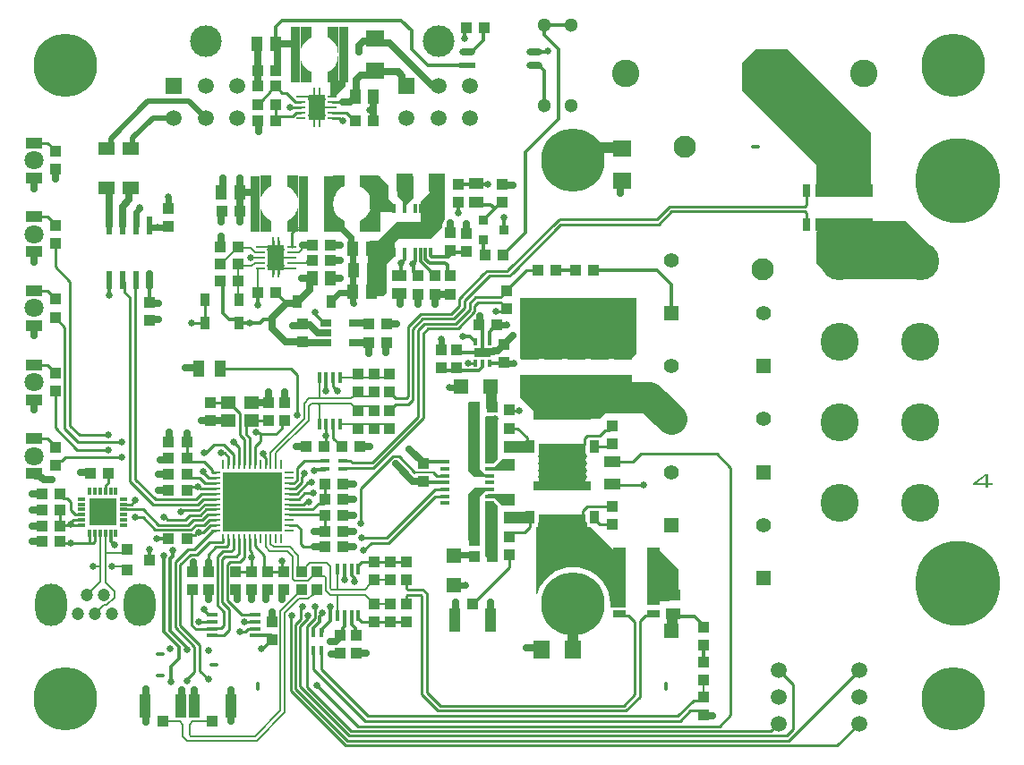
<source format=gbr>
%TF.GenerationSoftware,Altium Limited,Altium Designer,22.0.2 (36)*%
G04 Layer_Physical_Order=4*
G04 Layer_Color=16711680*
%FSLAX45Y45*%
%MOMM*%
%TF.SameCoordinates,8084254D-3EA1-499E-96B0-688E0DB6412D*%
%TF.FilePolarity,Positive*%
%TF.FileFunction,Copper,L4,Bot,Signal*%
%TF.Part,Single*%
G01*
G75*
%TA.AperFunction,Conductor*%
%ADD14C,0.25000*%
%ADD16C,0.30000*%
%ADD17C,0.70000*%
%ADD18C,0.60000*%
%ADD19C,0.23000*%
%ADD20C,0.20000*%
%TA.AperFunction,ComponentPad*%
%ADD21C,1.80000*%
%ADD22C,1.40000*%
%ADD23R,1.40000X1.40000*%
%ADD24C,1.20000*%
%ADD25O,3.00000X4.00000*%
%ADD26O,0.80000X0.40000*%
%ADD27C,0.65000*%
%ADD28C,8.00000*%
%ADD29C,3.60000*%
%ADD30C,2.60000*%
%ADD31C,2.10000*%
%ADD32C,2.99999*%
%ADD33R,1.52000X1.52000*%
%ADD34C,1.52000*%
%ADD35C,1.50000*%
%ADD36C,1.30000*%
%TA.AperFunction,ViaPad*%
%ADD37C,6.00000*%
%TA.AperFunction,WasherPad*%
%ADD38O,0.40000X0.80000*%
%ADD39O,0.80000X0.40000*%
%TA.AperFunction,ViaPad*%
%ADD40C,0.65000*%
%TA.AperFunction,Conductor*%
%ADD41C,0.50000*%
%TA.AperFunction,SMDPad,CuDef*%
G04:AMPARAMS|DCode=42|XSize=0.3mm|YSize=0.7mm|CornerRadius=0.045mm|HoleSize=0mm|Usage=FLASHONLY|Rotation=0.000|XOffset=0mm|YOffset=0mm|HoleType=Round|Shape=RoundedRectangle|*
%AMROUNDEDRECTD42*
21,1,0.30000,0.61000,0,0,0.0*
21,1,0.21000,0.70000,0,0,0.0*
1,1,0.09000,0.10500,-0.30500*
1,1,0.09000,-0.10500,-0.30500*
1,1,0.09000,-0.10500,0.30500*
1,1,0.09000,0.10500,0.30500*
%
%ADD42ROUNDEDRECTD42*%
G04:AMPARAMS|DCode=43|XSize=1.6mm|YSize=0.89mm|CornerRadius=0.0445mm|HoleSize=0mm|Usage=FLASHONLY|Rotation=0.000|XOffset=0mm|YOffset=0mm|HoleType=Round|Shape=RoundedRectangle|*
%AMROUNDEDRECTD43*
21,1,1.60000,0.80100,0,0,0.0*
21,1,1.51100,0.89000,0,0,0.0*
1,1,0.08900,0.75550,-0.40050*
1,1,0.08900,-0.75550,-0.40050*
1,1,0.08900,-0.75550,0.40050*
1,1,0.08900,0.75550,0.40050*
%
%ADD43ROUNDEDRECTD43*%
%ADD44R,1.60000X1.10000*%
%ADD45R,0.95000X5.30000*%
%ADD46R,1.55000X1.15000*%
%ADD47R,0.40000X0.90000*%
%ADD48R,1.05000X2.20000*%
%ADD49R,1.00000X1.00000*%
G04:AMPARAMS|DCode=50|XSize=0.4mm|YSize=1.1mm|CornerRadius=0.1mm|HoleSize=0mm|Usage=FLASHONLY|Rotation=270.000|XOffset=0mm|YOffset=0mm|HoleType=Round|Shape=RoundedRectangle|*
%AMROUNDEDRECTD50*
21,1,0.40000,0.90000,0,0,270.0*
21,1,0.20000,1.10000,0,0,270.0*
1,1,0.20000,-0.45000,-0.10000*
1,1,0.20000,-0.45000,0.10000*
1,1,0.20000,0.45000,0.10000*
1,1,0.20000,0.45000,-0.10000*
%
%ADD50ROUNDEDRECTD50*%
%ADD51R,1.40000X1.40000*%
%ADD52R,0.90000X0.69000*%
%ADD53R,0.99000X0.69000*%
%ADD54R,0.95000X0.90000*%
%ADD55R,0.95000X0.90000*%
%ADD56R,0.91000X1.22000*%
%ADD57R,0.60000X1.80000*%
G04:AMPARAMS|DCode=58|XSize=0.6mm|YSize=1.8mm|CornerRadius=0.15mm|HoleSize=0mm|Usage=FLASHONLY|Rotation=0.000|XOffset=0mm|YOffset=0mm|HoleType=Round|Shape=RoundedRectangle|*
%AMROUNDEDRECTD58*
21,1,0.60000,1.50000,0,0,0.0*
21,1,0.30000,1.80000,0,0,0.0*
1,1,0.30000,0.15000,-0.75000*
1,1,0.30000,-0.15000,-0.75000*
1,1,0.30000,-0.15000,0.75000*
1,1,0.30000,0.15000,0.75000*
%
%ADD58ROUNDEDRECTD58*%
%ADD59R,1.50000X1.10000*%
G04:AMPARAMS|DCode=60|XSize=0.25mm|YSize=0.9mm|CornerRadius=0.0625mm|HoleSize=0mm|Usage=FLASHONLY|Rotation=180.000|XOffset=0mm|YOffset=0mm|HoleType=Round|Shape=RoundedRectangle|*
%AMROUNDEDRECTD60*
21,1,0.25000,0.77500,0,0,180.0*
21,1,0.12500,0.90000,0,0,180.0*
1,1,0.12500,-0.06250,0.38750*
1,1,0.12500,0.06250,0.38750*
1,1,0.12500,0.06250,-0.38750*
1,1,0.12500,-0.06250,-0.38750*
%
%ADD60ROUNDEDRECTD60*%
G04:AMPARAMS|DCode=61|XSize=0.25mm|YSize=0.9mm|CornerRadius=0.0625mm|HoleSize=0mm|Usage=FLASHONLY|Rotation=270.000|XOffset=0mm|YOffset=0mm|HoleType=Round|Shape=RoundedRectangle|*
%AMROUNDEDRECTD61*
21,1,0.25000,0.77500,0,0,270.0*
21,1,0.12500,0.90000,0,0,270.0*
1,1,0.12500,-0.38750,-0.06250*
1,1,0.12500,-0.38750,0.06250*
1,1,0.12500,0.38750,0.06250*
1,1,0.12500,0.38750,-0.06250*
%
%ADD61ROUNDEDRECTD61*%
%ADD62R,5.60000X5.60000*%
%ADD63R,0.75000X0.30000*%
%ADD64R,0.30000X0.75000*%
%ADD65R,2.60000X2.60000*%
G04:AMPARAMS|DCode=66|XSize=0.23mm|YSize=0.8mm|CornerRadius=0.046mm|HoleSize=0mm|Usage=FLASHONLY|Rotation=270.000|XOffset=0mm|YOffset=0mm|HoleType=Round|Shape=RoundedRectangle|*
%AMROUNDEDRECTD66*
21,1,0.23000,0.70800,0,0,270.0*
21,1,0.13800,0.80000,0,0,270.0*
1,1,0.09200,-0.35400,-0.06900*
1,1,0.09200,-0.35400,0.06900*
1,1,0.09200,0.35400,0.06900*
1,1,0.09200,0.35400,-0.06900*
%
%ADD66ROUNDEDRECTD66*%
%ADD67R,1.65000X2.40000*%
%ADD68R,0.28000X0.70000*%
%ADD69R,0.41000X1.02000*%
%ADD70R,0.30000X0.90000*%
%ADD71R,2.80000X1.60000*%
%ADD72R,0.85000X1.15000*%
%ADD73R,4.40000X0.85000*%
%ADD74R,5.50000X0.85000*%
%ADD75O,1.52000X0.61000*%
%ADD76R,1.52000X0.61000*%
G04:AMPARAMS|DCode=77|XSize=0.8mm|YSize=0.4mm|CornerRadius=0.05mm|HoleSize=0mm|Usage=FLASHONLY|Rotation=0.000|XOffset=0mm|YOffset=0mm|HoleType=Round|Shape=RoundedRectangle|*
%AMROUNDEDRECTD77*
21,1,0.80000,0.30000,0,0,0.0*
21,1,0.70000,0.40000,0,0,0.0*
1,1,0.10000,0.35000,-0.15000*
1,1,0.10000,-0.35000,-0.15000*
1,1,0.10000,-0.35000,0.15000*
1,1,0.10000,0.35000,0.15000*
%
%ADD77ROUNDEDRECTD77*%
%ADD78R,1.60000X1.80000*%
%ADD79R,1.10000X1.40000*%
%ADD80R,1.00000X1.10000*%
%ADD81R,1.40000X1.20000*%
%ADD82R,1.30000X5.40000*%
%ADD83R,1.30000X0.70000*%
%ADD84R,1.40000X1.10000*%
%ADD85R,1.10000X1.00000*%
%ADD86R,1.80000X1.60000*%
%ADD87R,0.70000X1.30000*%
%ADD88R,5.40000X1.30000*%
%ADD89R,1.10000X1.50000*%
%ADD90R,1.40000X1.40000*%
%ADD91R,0.90000X0.40000*%
%TA.AperFunction,Conductor*%
%ADD92C,1.00000*%
%ADD93C,3.00000*%
%ADD94R,4.40000X4.20000*%
%TA.AperFunction,ComponentPad*%
%ADD95C,6.00000*%
G36*
X3080000Y6600000D02*
X3075000Y6645000D01*
X3070000Y6665000D01*
X3055000Y6695000D01*
X3040000Y6715000D01*
X3010000Y6745000D01*
X2985000Y6760000D01*
X2975000Y6765000D01*
Y6865000D01*
X3080000D01*
Y6600000D01*
D02*
G37*
G36*
X2825000Y6765000D02*
X2805000Y6755000D01*
X2790000Y6745000D01*
X2755000Y6710000D01*
X2740000Y6685000D01*
X2735000Y6675000D01*
X2725000Y6645000D01*
X2720000Y6600000D01*
Y6865000D01*
X2825000D01*
Y6765000D01*
D02*
G37*
G36*
X2725000Y6555000D02*
X2730000Y6535000D01*
X2745000Y6505000D01*
X2755000Y6490000D01*
X2780000Y6465000D01*
X2800000Y6450000D01*
X2825000Y6435000D01*
Y6335000D01*
X2720000D01*
Y6600000D01*
X2725000Y6555000D01*
D02*
G37*
G36*
X3080000Y6350000D02*
X3150000D01*
Y6300000D01*
X3040000Y6190000D01*
X3000000Y6190000D01*
X3000000Y6335000D01*
X2975000D01*
Y6435000D01*
X3000000Y6450000D01*
X3020000Y6465000D01*
X3035000Y6480000D01*
X3050000Y6500000D01*
X3065000Y6530000D01*
X3070000Y6540000D01*
X3075000Y6560000D01*
X3080000Y6600000D01*
Y6350000D01*
D02*
G37*
G36*
X8120000Y5859999D02*
X8120001Y5250000D01*
X7600000D01*
X7600000Y5560000D01*
X6900000Y6260000D01*
Y6520000D01*
X7030000Y6649999D01*
X7330001Y6650000D01*
X8120000Y5859999D01*
D02*
G37*
G36*
X3135001Y5355000D02*
X3115001Y5345000D01*
X3100001Y5335000D01*
X3065001Y5300000D01*
X3050001Y5275000D01*
X3045001Y5265000D01*
X3035001Y5235000D01*
X3030001Y5190000D01*
Y5455000D01*
X3135001D01*
Y5355000D01*
D02*
G37*
G36*
X2700000Y5190000D02*
X2695000Y5235000D01*
X2690000Y5255000D01*
X2675000Y5285000D01*
X2660001Y5305000D01*
X2630001Y5335000D01*
X2605001Y5350000D01*
X2595001Y5355000D01*
Y5455000D01*
X2700000D01*
Y5190000D01*
D02*
G37*
G36*
X2445000Y5355000D02*
X2425000Y5345000D01*
X2410001Y5335000D01*
X2375001Y5300000D01*
X2360001Y5275000D01*
X2355001Y5265000D01*
X2345001Y5235000D01*
X2340001Y5190000D01*
Y5455000D01*
X2445000D01*
Y5355000D01*
D02*
G37*
G36*
X3787501Y5247500D02*
X3719964Y5179964D01*
X3637500Y5262426D01*
X3637501Y5447500D01*
X3787501D01*
Y5247500D01*
D02*
G37*
G36*
X3555001Y5360000D02*
Y5235000D01*
X3605000Y5185000D01*
Y5110000D01*
X3410000Y5110000D01*
X3390001Y5129999D01*
Y4925000D01*
X3285001D01*
Y5025000D01*
X3310001Y5040000D01*
X3330001Y5055000D01*
X3345001Y5070000D01*
X3360001Y5090000D01*
X3375001Y5120000D01*
X3380001Y5130000D01*
X3382001Y5137999D01*
X3380000Y5140000D01*
Y5255002D01*
X3365001Y5285000D01*
X3350001Y5305000D01*
X3320001Y5335000D01*
X3295001Y5350000D01*
X3285001Y5355000D01*
Y5455000D01*
X3380000D01*
Y5460000D01*
X3455000Y5460000D01*
X3555001Y5360000D01*
D02*
G37*
G36*
X3035001Y5145000D02*
X3040001Y5125000D01*
X3055001Y5095000D01*
X3065001Y5080000D01*
X3090001Y5055000D01*
X3110001Y5040000D01*
X3135001Y5025000D01*
Y4925000D01*
X3030001D01*
Y5190000D01*
X3035001Y5145000D01*
D02*
G37*
G36*
X2700000Y4925000D02*
X2595001D01*
Y5025000D01*
X2620001Y5040000D01*
X2640001Y5055000D01*
X2655001Y5070000D01*
X2670001Y5090000D01*
X2685000Y5120000D01*
X2690000Y5130000D01*
X2695000Y5150000D01*
X2700000Y5190000D01*
Y4925000D01*
D02*
G37*
G36*
X2345001Y5145000D02*
X2350001Y5125000D01*
X2365001Y5095000D01*
X2375001Y5080000D01*
X2400001Y5055000D01*
X2420000Y5040000D01*
X2445000Y5025000D01*
Y4925000D01*
X2340001D01*
Y5190000D01*
X2345001Y5145000D01*
D02*
G37*
G36*
X8675000Y4800000D02*
Y4550000D01*
X8600000Y4475000D01*
X7750000D01*
X7600000Y4625000D01*
Y4925000D01*
X7700000Y5025000D01*
X8450000D01*
X8675000Y4800000D01*
D02*
G37*
G36*
X4090001Y5051613D02*
X4083223Y5042781D01*
X4076674Y5026969D01*
X4074440Y5010000D01*
Y5000000D01*
X4060001D01*
Y4965000D01*
X3955001Y4860001D01*
X3655000Y4859999D01*
X3615001Y4820001D01*
X3615001Y4695001D01*
X3540001Y4620000D01*
Y4345000D01*
X3505001Y4310001D01*
X3360839Y4310000D01*
X3351887Y4319009D01*
X3355001Y4810000D01*
X3380001Y4835000D01*
X3455000D01*
X3640001Y5020000D01*
X3855000Y5020000D01*
Y5210000D01*
X3940001Y5295000D01*
Y5469129D01*
X4090001D01*
Y5051613D01*
D02*
G37*
G36*
X5900000Y3770000D02*
X5850000Y3720000D01*
X4800000D01*
Y4300000D01*
X5900000D01*
Y3770000D01*
D02*
G37*
G36*
X5860000Y3460000D02*
X5550000Y3150000D01*
X4930000D01*
Y3220000D01*
X4800000Y3350000D01*
Y3570000D01*
X5860000D01*
Y3460000D01*
D02*
G37*
G36*
X4930000Y2920000D02*
Y2840000D01*
X4920000Y2830000D01*
X4650000D01*
Y2940000D01*
X4910000D01*
X4930000Y2920000D01*
D02*
G37*
G36*
X4590000Y3160000D02*
Y2770000D01*
X4550000Y2730000D01*
X4470000D01*
Y3170000D01*
X4480000Y3180000D01*
X4570001D01*
X4590000Y3160000D01*
D02*
G37*
G36*
X4750000Y2660000D02*
X4490000D01*
Y2700000D01*
X4560001D01*
X4630000Y2770000D01*
X4750000Y2770000D01*
Y2660000D01*
D02*
G37*
G36*
X4420000Y2680001D02*
X4470000Y2630000D01*
X4520000D01*
Y2600000D01*
X4370000Y2600000D01*
X4310001Y2660000D01*
Y3310000D01*
X4420000D01*
X4420000Y2680001D01*
D02*
G37*
G36*
X4750000Y2330000D02*
X4630000Y2330001D01*
X4560001Y2400000D01*
X4490000D01*
Y2440000D01*
X4750000D01*
Y2330000D01*
D02*
G37*
G36*
X4930000Y2250000D02*
Y2170000D01*
X4920000Y2160000D01*
X4650000D01*
Y2270000D01*
X4910000D01*
X4930000Y2250000D01*
D02*
G37*
G36*
X4520000Y2500000D02*
Y2470000D01*
X4470000D01*
X4420000Y2419999D01*
X4420000Y2000000D01*
X4310000D01*
X4310001Y2440000D01*
X4370000Y2500001D01*
X4520000Y2500000D01*
D02*
G37*
G36*
X4590000Y2330000D02*
Y1890000D01*
X4510000Y1830000D01*
X4470000Y1850000D01*
Y2370000D01*
X4550000D01*
X4590000Y2330000D01*
D02*
G37*
G36*
X6300000Y1730000D02*
Y1520000D01*
X6210001Y1430000D01*
X6060000D01*
Y1910000D01*
X6120000D01*
X6300000Y1730000D01*
D02*
G37*
G36*
X5432500Y2167500D02*
Y2132500D01*
X5467500D01*
X5750000Y1850000D01*
X5800000D01*
Y1370000D01*
X5658076D01*
X5649455Y1379326D01*
X5651082Y1400000D01*
X5646760Y1454921D01*
X5633899Y1508490D01*
X5612817Y1559388D01*
X5584032Y1606361D01*
X5548253Y1648252D01*
X5506361Y1684031D01*
X5459388Y1712816D01*
X5408491Y1733899D01*
X5354922Y1746760D01*
X5300000Y1751082D01*
X5245079Y1746760D01*
X5191510Y1733899D01*
X5140612Y1712816D01*
X5093640Y1684031D01*
X5051748Y1648252D01*
X5015969Y1606361D01*
X4987184Y1559388D01*
X4966101Y1508490D01*
X4962700Y1494324D01*
X4950000Y1495827D01*
Y2132500D01*
X4967501D01*
Y2167500D01*
X5030000Y2230000D01*
X5370000D01*
X5432500Y2167500D01*
D02*
G37*
G36*
X9224972Y2548064D02*
X9271057D01*
Y2524466D01*
X9224972D01*
Y2498370D01*
X9203317D01*
Y2524466D01*
X9078942D01*
Y2543622D01*
X9203317Y2631628D01*
X9224972D01*
Y2548064D01*
D02*
G37*
%LPC*%
G36*
X3840000Y4980882D02*
X3780001D01*
X3762443Y4977389D01*
X3747557Y4967443D01*
X3737612Y4952558D01*
X3734119Y4935000D01*
X3737612Y4917442D01*
X3747557Y4902557D01*
X3762443Y4892611D01*
X3780001Y4889118D01*
X3840000D01*
X3857558Y4892611D01*
X3872444Y4902557D01*
X3882389Y4917442D01*
X3885882Y4935000D01*
X3882389Y4952558D01*
X3872444Y4967443D01*
X3857558Y4977389D01*
X3840000Y4980882D01*
D02*
G37*
G36*
X9203317Y2608586D02*
X9117254Y2548064D01*
X9203317D01*
Y2608586D01*
D02*
G37*
%LPD*%
D14*
X2465000Y4711765D02*
Y4835000D01*
X2515000Y4525000D02*
Y4648235D01*
Y4711765D02*
Y4835000D01*
X2465000Y4525000D02*
Y4648235D01*
X3115188Y5975000D02*
X3125000D01*
X3090188Y6000000D02*
X3115188Y5975000D01*
X875000Y2470000D02*
Y2522500D01*
X905000Y2552500D01*
X2167041Y1297500D02*
X2290000D01*
X2027500Y1437041D02*
X2167041Y1297500D01*
X1690000Y4060000D02*
X1816500D01*
X5431702Y5040000D02*
X5650000D01*
X2550000Y1705000D02*
X2560000D01*
X2663750Y4943750D02*
X2690000Y4970000D01*
X2490000Y4673235D02*
Y4680000D01*
Y4686765D02*
X2515000Y4711765D01*
X2465000Y4648235D02*
X2490000Y4673235D01*
X2515000Y4648235D01*
X2490000Y4680000D02*
Y4686765D01*
X2637500Y4780000D02*
Y4917500D01*
X2465000Y4711765D02*
X2490000Y4686765D01*
X2637500Y4917500D02*
X2663750Y4943750D01*
X490000Y3060000D02*
X620001Y2930000D01*
X490000Y3060000D02*
Y4020000D01*
X400000Y4110000D02*
X490000Y4020000D01*
X540000Y3090000D02*
X630001Y3000000D01*
X540000Y3090000D02*
Y4450000D01*
X400000Y4590000D02*
X540000Y4450000D01*
X630001Y3000000D02*
X900000D01*
X620001Y2930000D02*
X1030000D01*
X400000Y3070000D02*
X610001Y2860000D01*
X900000D01*
X400000Y3070000D02*
Y3415000D01*
X500001Y2790000D02*
X1030000D01*
X2140001Y2720000D02*
Y2880000D01*
X2090000Y2930000D02*
X2140001Y2880000D01*
X1996140Y2907500D02*
X2090000Y2813640D01*
X1902041Y2907500D02*
X1996140D01*
X1824541Y2830000D02*
X1902041Y2907500D01*
X2090000Y2720000D02*
Y2813640D01*
X2040000Y2720000D02*
Y2791517D01*
X2001517Y2830000D02*
X2040000Y2791517D01*
X1970000Y2830000D02*
X2001517D01*
X1810000D02*
X1824541D01*
X1645001Y2745000D02*
Y2780000D01*
X2027500Y1437041D02*
Y1773462D01*
X2054039Y1800000D01*
X2150001D01*
X2050000Y1160000D02*
Y1350000D01*
X1977500Y1422500D02*
X2050000Y1350000D01*
X2000000Y1200000D02*
Y1327730D01*
X1932501Y1395230D02*
X2000000Y1327730D01*
X1970000Y1170000D02*
X2000000Y1200000D01*
X1932501Y1395230D02*
Y1846140D01*
X1992500Y1102500D02*
X2050000Y1160000D01*
X1890000Y1102500D02*
X1992500D01*
X1977500Y1422500D02*
Y1827500D01*
X2002500Y1852500D01*
X2112501D01*
X1932501Y1846140D02*
X1983861Y1897500D01*
X2067500D01*
X1650001Y670000D02*
Y690000D01*
X1717501Y757500D01*
Y997959D01*
X1537500Y1177960D02*
X1717501Y997959D01*
X1537500Y1177960D02*
Y1797500D01*
X1770001Y770000D02*
Y1009099D01*
X1582500Y1196599D02*
X1770001Y1009099D01*
X1582500Y1196599D02*
Y1772500D01*
X2722489Y1362504D02*
X2739989Y1380004D01*
X2789989Y1263628D02*
Y1290005D01*
X2722489Y1259767D02*
Y1362504D01*
X2672500Y1209779D02*
X2722489Y1259767D01*
X2639989Y1280005D02*
Y1287500D01*
X2817948Y1222504D02*
X2857489Y1262045D01*
X2817948Y1222504D02*
X2817948D01*
X2787500Y1192057D02*
X2817948Y1222504D01*
X2787500Y612500D02*
Y1192057D01*
X3290001Y2160000D02*
Y2495460D01*
X3592041Y2797500D01*
X6660000Y2820000D02*
X6790000Y2690000D01*
X5865000Y2745000D02*
X5940001Y2820000D01*
X6660000D01*
X6790000Y350000D02*
Y2690000D01*
X5670000Y2745000D02*
X5865000D01*
X400000Y4590000D02*
Y4815000D01*
Y2715000D02*
Y2716213D01*
X440001Y2756213D01*
X466214D01*
X500001Y2790000D01*
X1160000Y2580000D02*
X1350000Y2390000D01*
X1160000Y2580000D02*
Y4450000D01*
X1110000Y2559290D02*
Y4300000D01*
Y2559290D02*
X1329290Y2340000D01*
X1850000Y1800000D02*
Y1870000D01*
X1922500Y1942500D02*
X2022500D01*
X1850000Y1870000D02*
X1922500Y1942500D01*
X4681361Y4555000D02*
X4681361Y4555000D01*
X5160963Y5035962D02*
X5170252D01*
X5174290Y5040000D01*
X4727323Y4535962D02*
Y4537323D01*
X5174290Y5040000D02*
X5431702D01*
X4509719Y4509038D02*
X4700399D01*
X5180001Y4990000D02*
X5431702D01*
X4727323Y4537323D02*
X5180001Y4990000D01*
X4700399Y4509038D02*
X4727323Y4535962D01*
X4681361Y4555000D02*
Y4556361D01*
X4485000Y4555000D02*
X4681361D01*
X4681361Y4556361D02*
X5160963Y5035962D01*
X4670000Y4365000D02*
X4682500Y4377500D01*
X4860000Y4560000D02*
X4965000D01*
X4682500Y4382500D02*
X4860000Y4560000D01*
X4682500Y4377500D02*
Y4382500D01*
X3652500Y2797500D02*
X3800001Y2650000D01*
X3592041Y2797500D02*
X3652500D01*
X3389985Y1980000D02*
X3553241D01*
X3319988Y1910003D02*
X3389985Y1980000D01*
X3553241D02*
X3993241Y2420000D01*
X3300001Y2030000D02*
X3539602D01*
X3157501Y2686946D02*
X3406946D01*
X3880000Y3160000D02*
Y3960000D01*
X3406946Y2686946D02*
X3880000Y3160000D01*
X3830000Y3173640D02*
Y3990000D01*
X3207878Y2741946D02*
X3398307D01*
X3830000Y3173640D01*
X1965000Y3630000D02*
X2630000D01*
X2690000Y3570000D01*
Y3190000D02*
Y3570000D01*
X2369990Y2802834D02*
Y2820001D01*
X2390001Y2720000D02*
Y2782823D01*
X2369990Y2802834D02*
X2390001Y2782823D01*
X6106569Y4990000D02*
X6231569Y5115000D01*
X4455016Y4525015D02*
X4485000Y4555000D01*
X4222501Y4222500D02*
Y4292501D01*
X3602500Y3367500D02*
X3607500D01*
X5799224Y4990000D02*
X6106569D01*
X5671699D02*
X5799224D01*
X5650000Y5040000D02*
X6090001D01*
X6210001Y5160000D01*
X7490001D01*
X5431702Y4990000D02*
X5671699D01*
X3565000Y3405000D02*
X3602500Y3367500D01*
X3735963Y3364645D02*
Y4023241D01*
X4455015Y4525015D02*
X4455016D01*
X3625000Y3350000D02*
X3721318D01*
X3735963Y3364645D01*
X3857721Y4145000D02*
X4145000D01*
X3607500Y3367500D02*
X3625000Y3350000D01*
X4145000Y4145000D02*
X4222501Y4222500D01*
X3735963Y4023241D02*
X3857721Y4145000D01*
X4222501Y4292501D02*
X4455015Y4525015D01*
X5760000Y1290000D02*
X5820000D01*
X5880000Y1230000D01*
X5980000Y1290000D02*
X6050000D01*
X5930000Y1240000D02*
X5980000Y1290000D01*
X1816501Y4090000D02*
Y4280000D01*
X550000Y2145000D02*
X650000D01*
X450000D02*
X550000D01*
X5670000Y2535000D02*
X5675000Y2530000D01*
X5970001D01*
X5407500Y2967500D02*
X5430001Y2990000D01*
X5550001D02*
X5602500Y3042500D01*
X5430001Y2990000D02*
X5550001D01*
X5200001Y2875000D02*
X5377501D01*
X5407500Y2905000D01*
Y2967500D01*
X5670000Y3080000D02*
Y3085000D01*
X5632500Y3042500D02*
X5670000Y3080000D01*
X5602500Y3042500D02*
X5632500D01*
X5505000Y2890000D02*
X5645000D01*
X5670000Y2915000D01*
X5200001Y2205000D02*
X5360000D01*
X5390000Y2235000D01*
Y2280000D01*
X5435000Y2325000D02*
X5670000D01*
X5390000Y2280000D02*
X5435000Y2325000D01*
X5505000Y2205000D02*
Y2220000D01*
Y2205000D02*
X5555001Y2155000D01*
X5670000D01*
X4645000Y4170000D02*
X4670000Y4195000D01*
X4570001Y4170000D02*
X4645000D01*
X5776465Y440000D02*
X5880000Y543535D01*
Y1230000D01*
X4043536Y440000D02*
X5776465D01*
X4022826Y390000D02*
X5797176D01*
X5930000Y522825D02*
Y1240000D01*
X5797176Y390000D02*
X5930000Y522825D01*
X3920000Y563536D02*
Y1498994D01*
Y563536D02*
X4043536Y440000D01*
X3870000Y542825D02*
X4022826Y390000D01*
X3870000Y542825D02*
Y1478284D01*
X3743137Y3290000D02*
X3780962Y3327825D01*
X3625000Y3290000D02*
X3743137D01*
X3565000Y3235000D02*
X3602500Y3272500D01*
X3565000Y3230000D02*
Y3235000D01*
X3602500Y3272500D02*
X3607500D01*
X3625000Y3290000D01*
X3565000Y3405000D02*
Y3410000D01*
X4270000Y4270000D02*
X4479054Y4479053D01*
X4479734D01*
X4509719Y4509038D01*
X3930000Y4010000D02*
X4210000D01*
X3876361Y4100000D02*
X4170000D01*
X4210000Y4010000D02*
X4370000Y4170000D01*
X4189957Y4055000D02*
X4320001Y4185043D01*
X4170000Y4100000D02*
X4270000Y4200000D01*
X3895000Y4055000D02*
X4189957D01*
X3830000Y3990000D02*
X3895000Y4055000D01*
X3880000Y3960000D02*
X3930000Y4010000D01*
X3780962Y4004602D02*
X3876361Y4100000D01*
X4370000Y4170000D02*
Y4220000D01*
X4310001Y3680500D02*
X4378001D01*
X3780962Y3327825D02*
Y4004602D01*
X4270000Y4200000D02*
Y4270000D01*
X7505000Y5175000D02*
Y5310000D01*
X7490001Y5160000D02*
X7505000Y5175000D01*
Y4990000D02*
Y5100355D01*
X6231569Y5115000D02*
X7490356D01*
X7505000Y5100355D01*
X4320001Y4250000D02*
X4377501Y4307500D01*
X4320001Y4185043D02*
Y4250000D01*
X4370000Y4220000D02*
X4402500Y4252500D01*
X3125001Y2680000D02*
X3132500Y2687500D01*
X3156037D01*
Y2685482D02*
X3157501Y2686946D01*
X4377501Y4307500D02*
X4617855D01*
X4402500Y4252500D02*
X4582500D01*
X3330000Y290000D02*
X6310001D01*
X2840000Y780000D02*
Y960000D01*
Y780000D02*
X3330000Y290000D01*
X2879038Y629038D02*
X3263077Y245000D01*
X3360001Y340000D02*
X6290000D01*
X2920001Y780000D02*
Y960000D01*
Y780000D02*
X3360001Y340000D01*
X6290000D02*
X6440000Y490000D01*
X7334499Y107499D02*
X8006000Y779000D01*
X2672500Y600222D02*
X3165223Y107499D01*
X7334499D01*
X1680000Y1870000D02*
X1740000D01*
X1857500Y1987500D02*
X1990001D01*
X1740000Y1870000D02*
X1857500Y1987500D01*
X3197323Y2752500D02*
X3207878Y2741946D01*
X3132500Y2752500D02*
X3197323D01*
X1888750Y1231250D02*
X1890000Y1232500D01*
X1761250Y1231250D02*
X1888750D01*
X1760000Y1230000D02*
X1761250Y1231250D01*
X445000Y2140000D02*
Y2290000D01*
X2195501Y1140000D02*
X2220413Y1164913D01*
X2150001Y1140000D02*
X2195501D01*
X2750000Y1940000D02*
X2847500D01*
X2857489Y1262045D02*
Y1377489D01*
X2787500Y612500D02*
X3200001Y200000D01*
X2857489Y1377489D02*
X2860000Y1380000D01*
X2717500Y1191139D02*
X2789989Y1263628D01*
X3263077Y245000D02*
X6685000D01*
X6790000Y350000D01*
X2550000Y1714999D02*
X2560000Y1705000D01*
X2550000Y1714999D02*
Y1810000D01*
X2535001D02*
X2550000D01*
X2380000Y1740000D02*
Y1860000D01*
X2290001Y1950000D02*
X2380000Y1860000D01*
X2290001Y1950000D02*
Y2020000D01*
X2195619Y1235619D02*
X2286882D01*
X2190000Y1230000D02*
X2195619Y1235619D01*
X2286882D02*
X2290000Y1232500D01*
X2260000Y1840000D02*
Y1890000D01*
Y1705000D02*
Y1840000D01*
X1892500Y1170000D02*
X1970000D01*
X1885000Y1162500D02*
X1892500Y1170000D01*
X1732041Y1162500D02*
X1885000D01*
X1692500Y1202041D02*
Y1527500D01*
X1700000Y1535000D01*
X1692500Y1202041D02*
X1732041Y1162500D01*
X1895001Y2095000D02*
X1920000D01*
X1720000Y1920000D02*
X1895001Y2095000D01*
X1537500Y1797500D02*
X1660000Y1920000D01*
X1720000D01*
X1582500Y1772500D02*
X1680000Y1870000D01*
X1743844Y2078521D02*
X1756021D01*
X1682501Y2102500D02*
X1730000Y2150000D01*
X1347500Y2102500D02*
X1682501D01*
X1730000Y2150000D02*
X1811559D01*
X1887500Y2645000D02*
Y2672500D01*
X2040000Y1960000D02*
Y2020000D01*
X2022500Y1942500D02*
X2040000Y1960000D01*
X2090000Y1920000D02*
Y2020000D01*
X2067500Y1897500D02*
X2090000Y1920000D01*
X2140001Y1880000D02*
Y2020000D01*
X2112501Y1852500D02*
X2140001Y1880000D01*
X2150001Y1800000D02*
X2190000Y1840000D01*
Y2020000D01*
X2240000Y1910000D02*
X2260000Y1890000D01*
X2240001Y1937500D02*
Y2020000D01*
X2240000Y1937500D02*
X2240001Y1937500D01*
X2240000Y1910000D02*
Y1937500D01*
X2400001Y1715000D02*
X2410000Y1705000D01*
X2260000D02*
X2260000Y1705000D01*
X2260000Y1705000D02*
X2260000Y1705000D01*
X2110000Y1705000D02*
X2260000D01*
X2410000D02*
X2550000D01*
X2410000Y1705000D02*
X2410000Y1705000D01*
X2720000Y1970000D02*
X2750000Y1940000D01*
X2720000Y1970000D02*
Y2110000D01*
X2610000Y2145000D02*
X2685000D01*
X2720000Y2110000D01*
X2960000Y2905000D02*
Y2990000D01*
X2945000Y2890000D02*
X2960000Y2905000D01*
X3029501Y3460500D02*
X3070000Y3420000D01*
X3029501Y3460500D02*
Y3540000D01*
X2627500Y1267516D02*
X2639989Y1280005D01*
X2627500Y581582D02*
Y1267516D01*
Y581582D02*
X3146584Y62499D01*
X2672500Y600222D02*
Y1209779D01*
X2717500Y618861D02*
X3181361Y155000D01*
X2717500Y618861D02*
Y1191139D01*
X2777855Y2370000D02*
X2797500D01*
X2752855Y2345000D02*
X2777855Y2370000D01*
X1990001Y1987500D02*
Y2020000D01*
X2687501Y2572699D02*
Y2687500D01*
X2760000Y2760000D02*
X2955000D01*
X2687501Y2687500D02*
X2760000Y2760000D01*
X2759988Y2627824D02*
Y2640001D01*
X2732501Y2600336D02*
X2759988Y2627824D01*
X2299541Y3025000D02*
X2308151Y3016390D01*
X2333611D01*
X2340000Y3010000D01*
X550000Y1980000D02*
X725000D01*
X455000D02*
X550000D01*
Y2157500D02*
Y2170000D01*
Y2145000D02*
Y2157500D01*
X400000Y5685000D02*
Y5690000D01*
X325000Y5765000D02*
X400000Y5690000D01*
X200000Y5765000D02*
X325000D01*
X400000Y4985000D02*
Y4990000D01*
X325000Y5065000D02*
X400000Y4990000D01*
X200000Y5065000D02*
X325000D01*
X400000Y4285000D02*
Y4290000D01*
X325000Y4365000D02*
X400000Y4290000D01*
X200000Y4365000D02*
X325000D01*
X400000Y3585000D02*
Y3590000D01*
X325000Y3665000D02*
X400000Y3590000D01*
X200000Y3665000D02*
X325000D01*
X400000Y2885000D02*
Y2890000D01*
X325000Y2965000D02*
X400000Y2890000D01*
X200000Y2965000D02*
X325000D01*
X3029501Y2970500D02*
Y3100000D01*
Y2970500D02*
X3110000Y2890000D01*
X3115000D01*
X2962251Y3097750D02*
X2964501Y3100000D01*
X2962251Y2992250D02*
Y3097750D01*
X2960000Y2990000D02*
X2962251Y2992250D01*
X1645001Y2020000D02*
X1682501Y2057500D01*
X1722823D01*
X1743844Y2078521D01*
X400000Y4110000D02*
Y4115000D01*
X2220413Y1164913D02*
X2287413D01*
X2290000Y1167500D01*
X3980000Y2650000D02*
X4015000Y2615000D01*
X4090000D01*
X3539602Y2030000D02*
X3994602Y2485000D01*
X4090000D01*
X3993241Y2420000D02*
X4090000D01*
X6410001Y390000D02*
X6500000D01*
X6310001Y290000D02*
X6410001Y390000D01*
X6440000Y490000D02*
X6510000D01*
X905000Y2552500D02*
Y2640000D01*
X1050000Y2345000D02*
X1125000D01*
X1160000Y2380000D01*
Y2220000D02*
X1230000D01*
X1347500Y2102500D01*
X1050000Y2295000D02*
X1235001D01*
X1380001Y2150000D01*
X445000Y2140000D02*
X450000Y2145000D01*
X725000Y1980000D02*
Y2070000D01*
X550000Y2290000D02*
Y2370000D01*
X482500Y2402500D02*
X517500D01*
X550000Y2370000D01*
X445000Y2440000D02*
X482500Y2402500D01*
X445000Y1990000D02*
X455000Y1980000D01*
X725000D02*
X760000D01*
X575001Y2195000D02*
X650000D01*
X550000Y2170000D02*
X575001Y2195000D01*
X760000Y1980000D02*
X775000Y1995000D01*
Y2070000D01*
X725000Y1980000D02*
X725000Y1980000D01*
X592500Y2247500D02*
X647500D01*
X550000Y2290000D02*
X592500Y2247500D01*
X647500D02*
X650000Y2245000D01*
X1380001Y2150000D02*
X1660000D01*
X3200001Y200000D02*
X7170000D01*
X7170000Y200000D01*
X3146584Y62499D02*
X7797499D01*
X3181361Y155000D02*
X7318361D01*
X7380000Y216640D02*
Y643000D01*
X7244000Y779000D02*
X7380000Y643000D01*
X7318361Y155000D02*
X7380000Y216640D01*
X7797499Y62499D02*
X8006000Y271000D01*
X1756021Y2078521D02*
X1757500Y2080000D01*
X1805199D01*
X2340000Y2940000D02*
Y3010000D01*
X2792080Y2550000D02*
X2827488D01*
X1645001Y2780000D02*
Y2895000D01*
X1590000Y2270000D02*
X1610000Y2290000D01*
X1760000D01*
X1670000Y2240000D02*
X1774281D01*
X1464677Y2200000D02*
X1630001D01*
X1670000Y2240000D01*
X1430000Y2222500D02*
X1442177D01*
X1464677Y2200000D01*
X1705000Y2195000D02*
X1792920D01*
X1660000Y2150000D02*
X1705000Y2195000D01*
X1760000Y2290000D02*
X1815000Y2345000D01*
X1329290Y2340000D02*
X1746361D01*
X1801361Y2395000D01*
X1774281Y2240000D02*
X1829281Y2295000D01*
X1350000Y2390000D02*
X1730000D01*
X1785001Y2445000D01*
X2490000Y3010000D02*
X2542145Y3062145D01*
X2340000Y3010000D02*
X2490000D01*
X2290001Y2890000D02*
X2340000Y2940000D01*
X2290001Y2720000D02*
Y2890000D01*
X1770001Y770000D02*
X1850001Y690000D01*
X2210000Y3003640D02*
X2240000Y2973640D01*
X2240001Y2720000D02*
Y2756162D01*
X2240000Y2756162D02*
X2240001Y2756162D01*
X2240000Y2756162D02*
Y2973640D01*
X2150001Y3000000D02*
Y3205000D01*
X2045000Y3310000D02*
X2150001Y3205000D01*
Y3000000D02*
X2190000Y2960000D01*
X2210000Y3095000D02*
X2255000Y3140000D01*
X2210000Y3003640D02*
Y3095000D01*
X2255000Y3140000D02*
X2420000D01*
X2542145Y3062145D02*
Y3112145D01*
X2570000Y3140000D01*
X2190000Y2720000D02*
Y2960000D01*
X7241001Y271000D02*
X7244000D01*
X7170000Y200000D02*
X7241001Y271000D01*
X1052266Y4357734D02*
X1110000Y4300000D01*
X1036500Y4465000D02*
X1052266Y4449234D01*
Y4357734D02*
Y4449234D01*
X1811559Y2150000D02*
X1856560Y2195000D01*
X1792920Y2195000D02*
X1842920Y2245000D01*
X1645001Y2480000D02*
X1675000Y2510000D01*
X1750000D01*
X1777177Y2495000D02*
X1920000D01*
X1762177Y2510000D02*
X1777177Y2495000D01*
X1750000Y2510000D02*
X1762177D01*
X1785001Y2445000D02*
X1920000D01*
X1655001Y2605000D02*
X1667501Y2592500D01*
X1829281Y2295000D02*
X1920000D01*
X1815000Y2345000D02*
X1920000D01*
X1675000Y2750000D02*
X1810000D01*
X1887500Y2672500D01*
X1800714Y2649286D02*
X1855000Y2595000D01*
X1767501Y2592500D02*
X1815000Y2545000D01*
X1667501Y2592500D02*
X1767501D01*
X1800714Y2649286D02*
Y2651263D01*
X1855000Y2595000D02*
X1920000D01*
X1887500Y2645000D02*
X1920000D01*
X1801361Y2395000D02*
X1920000D01*
X1815000Y2545000D02*
X1920000D01*
X3731717Y1539999D02*
X3878995D01*
X3731717Y1489999D02*
X3858285D01*
X3878995Y1539999D02*
X3920000Y1498994D01*
X3858285Y1489999D02*
X3870000Y1478284D01*
X3720001Y1551715D02*
Y1629999D01*
Y1551715D02*
X3731717Y1539999D01*
X3720001Y1399999D02*
Y1478284D01*
X3731717Y1489999D01*
X3302001Y1229999D02*
X3720001D01*
X3267501Y1264499D02*
X3302001Y1229999D01*
X3267501Y1264499D02*
Y1294999D01*
X3302001Y1799999D02*
X3720001D01*
X3267501Y1765499D02*
X3302001Y1799999D01*
X3267501Y1734999D02*
Y1765499D01*
X4582500Y4252500D02*
X4617855D01*
X4632500Y4237855D01*
X4582500Y4252500D02*
X4582500Y4252500D01*
X4632500Y4232500D02*
X4670000Y4195000D01*
X4632500Y4232500D02*
Y4237855D01*
Y4327500D02*
X4670000Y4365000D01*
X4632500Y4322145D02*
Y4327500D01*
X4617855Y4307500D02*
X4632500Y4322145D01*
X1842920Y2245000D02*
X1920000D01*
X1856560Y2195000D02*
X1920000D01*
X1883839Y2145000D02*
X1920000D01*
X1883839Y2145000D02*
X1883839Y2145000D01*
X1870199Y2145000D02*
X1883839D01*
X1805199Y2080000D02*
X1870199Y2145000D01*
X1870000Y3310000D02*
X2035000D01*
X2610000Y2245000D02*
X2955000D01*
Y2090000D02*
Y2240000D01*
Y2390000D02*
Y2540000D01*
X2760000Y2450000D02*
X2840000D01*
X2610000Y2295000D02*
X2835001D01*
X2933467Y2352500D02*
X2950967Y2370000D01*
X2892500Y2352500D02*
X2933467D01*
X2835001Y2295000D02*
X2892500Y2352500D01*
X2687080Y2445000D02*
X2792080Y2550000D01*
X2705000Y2395000D02*
X2760000Y2450000D01*
X2732501Y2554060D02*
Y2600336D01*
X2673441Y2495000D02*
X2732501Y2554060D01*
X2659802Y2545000D02*
X2687501Y2572699D01*
X2610000Y2495000D02*
X2673441D01*
X2610000Y2545000D02*
X2659802D01*
X2610000Y2445000D02*
X2687080D01*
X2610000Y2395000D02*
X2705000D01*
X3125001Y2760000D02*
X3132500Y2752500D01*
X2525001Y6015000D02*
X2647733D01*
X2681733Y6049000D02*
X2726500D01*
X2727500Y6050000D01*
X2647733Y6015000D02*
X2681733Y6049000D01*
X2035000Y3310000D02*
X2045000D01*
X1655000Y2605000D02*
X1655001Y2605000D01*
X2659802Y2345000D02*
X2752855D01*
X2659802Y2345000D02*
X2659802Y2345000D01*
X2610000Y2345000D02*
X2659802D01*
X3022500Y6000000D02*
X3090188D01*
X3022500Y6050000D02*
X3160000D01*
X3235000Y5975000D01*
X3240000D01*
X2625000Y6100000D02*
X2727500D01*
X3022500Y6150000D02*
X3125000D01*
X3125000Y6150000D01*
X2360001Y6170000D02*
X2440000Y6250000D01*
Y6260000D01*
X2480001Y6300000D01*
X2490001D01*
X2590001Y6235000D02*
X2675001Y6150000D01*
X2546253Y6235000D02*
X2590001D01*
X2675001Y6150000D02*
X2727500D01*
X2490001Y6300000D02*
X2530001Y6260000D01*
Y6251253D02*
Y6260000D01*
Y6251253D02*
X2546253Y6235000D01*
X2315001Y6125000D02*
X2320001D01*
X2360001Y6165000D01*
Y6170000D01*
X2485001Y5975000D02*
X2525001Y6015000D01*
X2485000Y5975000D02*
X2485001Y5975000D01*
Y6125000D01*
D16*
X2050000Y4090000D02*
X2143501D01*
X2240000Y4060000D02*
X2340000D01*
X2370000Y4090000D01*
X2143500Y4060000D02*
X2240000D01*
X2420000Y4090000D02*
X2450000Y4060000D01*
X2370000Y4090000D02*
X2420000D01*
X4215000Y5370000D02*
X4495000D01*
X2320000Y4230000D02*
Y4350000D01*
Y4230000D02*
X2320001D01*
X1490000Y1149186D02*
X1650001Y989186D01*
Y970000D02*
Y989186D01*
X2930001Y1304176D02*
Y1315000D01*
X5495000Y4560000D02*
X6090001D01*
X6225001Y4150000D02*
Y4425000D01*
X6090001Y4560000D02*
X6225001Y4425000D01*
X5135000Y4560000D02*
X5325001D01*
X2370000Y980000D02*
X2450000Y1060000D01*
X2350000Y980000D02*
X2370000D01*
X4850000Y5680000D02*
X5160000Y5990000D01*
X4675001Y4740000D02*
X4850000Y4915000D01*
Y5680000D01*
X4650000Y4940000D02*
Y5060000D01*
Y4940000D02*
X4650001Y4940000D01*
X3705001Y5145000D02*
Y5215000D01*
X2860000Y4145501D02*
X2945501Y4060001D01*
X2860000Y4145501D02*
Y4160000D01*
X2945501Y4060001D02*
X2960501D01*
X2490001Y4350000D02*
X2590000Y4250000D01*
X2485001Y4350000D02*
X2490001D01*
X2590000Y4250000D02*
Y4250000D01*
X4358000Y3899500D02*
X4378001D01*
X1990000Y4150000D02*
X2050000Y4090000D01*
X1965000Y4460000D02*
X1990000Y4435000D01*
Y4150000D02*
Y4435000D01*
X4378001Y3879500D02*
Y3899500D01*
X4327500Y3930000D02*
X4358000Y3899500D01*
X4260000Y3930000D02*
X4327500D01*
X4508001Y3680500D02*
X4635500D01*
X4640000Y3685000D01*
X4050001Y3610500D02*
X4404862D01*
X4443001Y3648638D02*
Y3680500D01*
X4404862Y3610500D02*
X4443001Y3648638D01*
X6290000Y1280000D02*
X6450000D01*
X6530000Y1200000D01*
Y1185000D02*
Y1200000D01*
Y855000D02*
Y1015000D01*
X2950000Y2675000D02*
X2955000Y2680000D01*
X2875825Y2675000D02*
X2950000D01*
X2860825Y2660000D02*
X2875825Y2675000D01*
X2850000Y2660000D02*
X2860825D01*
X3140000Y1630000D02*
Y1732500D01*
X3208001Y1672824D02*
X3230000Y1650824D01*
Y1610000D02*
Y1650824D01*
X3208001Y1672824D02*
Y1729499D01*
X3137501Y1734999D02*
X3140000Y1732500D01*
X3000000Y1240000D02*
Y1380000D01*
X2920001Y1130000D02*
X2925000Y1135000D01*
Y1165000D01*
X3000000Y1240000D01*
X2845001Y1175000D02*
X2904989Y1234989D01*
X2845001Y1135000D02*
Y1175000D01*
X2904989Y1234989D02*
Y1279165D01*
X2930001Y1304176D01*
X2840001Y1130000D02*
X2845001Y1135000D01*
X3120001Y1120000D02*
Y1170000D01*
X3202501Y1734999D02*
X3208001Y1729499D01*
X1810000Y1342500D02*
Y1350000D01*
Y1342500D02*
X1855000Y1297500D01*
X1890000D01*
X1430000Y1138475D02*
Y1858695D01*
X1509991Y1849991D02*
Y1910003D01*
X1490000Y1149186D02*
Y1830000D01*
X1509991Y1849991D01*
X1427390Y1861305D02*
X1430000Y1858695D01*
Y1138475D02*
X1570001Y998475D01*
X2964501Y3420000D02*
X2964980Y3419520D01*
X2964501Y3420000D02*
Y3540000D01*
X4205000Y3780000D02*
X4443001D01*
X4200000Y3775000D02*
X4205000Y3780000D01*
X4443001D02*
Y3879500D01*
Y4005000D01*
X4408000Y4040000D02*
X4443001Y4005000D01*
X4405001Y4040000D02*
X4408000D01*
X4508001Y3879500D02*
Y3978000D01*
X4570001Y4040000D01*
X4575001D01*
X4200000Y5215000D02*
X4200001Y5215000D01*
X5160000Y5990000D02*
Y6650000D01*
X5023000Y6787000D02*
Y6881000D01*
Y6787000D02*
X5160000Y6650000D01*
X5023000Y6881000D02*
X5277000D01*
X4935000Y6627000D02*
X4936500Y6628500D01*
X5058500D01*
X5060000Y6630000D01*
X5023000Y6119000D02*
Y6449112D01*
X4972112Y6500000D02*
X5023000Y6449112D01*
X4935000Y6500000D02*
X4972112D01*
X4635001Y4700000D02*
X4640001D01*
X4675001Y4735000D01*
Y4740000D01*
X4450000Y4715000D02*
Y4845000D01*
Y4715000D02*
X4465001Y4700000D01*
X4160001Y4730000D02*
X4300000D01*
X4120000Y4690000D02*
X4160001Y4730000D01*
X4210000Y5100000D02*
Y5205000D01*
X4200000Y5215000D02*
X4210000Y5205000D01*
Y5375000D02*
X4215000Y5370000D01*
X4605000Y5170000D02*
X4630000D01*
X4557500Y5142500D02*
X4585000Y5170000D01*
X4605000D01*
X4520000Y5180000D02*
X4550000Y5150000D01*
X4380001Y5202500D02*
X4402501Y5180000D01*
X4605000D02*
X4630000Y5205000D01*
X4402501Y5180000D02*
X4520000D01*
X4452501Y5035000D02*
X4482501Y5065000D01*
X4450000Y5035000D02*
X4452501D01*
X4482501Y5065000D02*
Y5067500D01*
X4557500Y5142500D01*
X3670001Y4522500D02*
X3680001Y4512500D01*
X3670001Y4522500D02*
Y4625000D01*
X3795000Y4540000D02*
X3830000Y4505000D01*
X3795000Y4540000D02*
Y4595000D01*
X3780001Y4610000D02*
X3795000Y4595000D01*
X3780001Y4610000D02*
Y4620824D01*
X4110001Y4540000D02*
Y4607426D01*
X3855001Y4641250D02*
X3990625Y4505625D01*
X5660000Y2545000D02*
X5670000Y2535000D01*
X2964501Y3540000D02*
X2964501Y3540000D01*
X1290000Y4255000D02*
X1290500Y4255500D01*
Y4465000D01*
X909500D02*
X909750Y4464750D01*
Y4320250D02*
Y4464750D01*
Y4320250D02*
X910000Y4320000D01*
X3890000Y2550000D02*
X4090000D01*
X3880000Y2560000D02*
X3890000Y2550000D01*
X3890001Y2745000D02*
X4090000D01*
X3880000Y2735000D02*
X3890001Y2745000D01*
X2450000Y1060000D02*
Y1065000D01*
X2290000Y1102500D02*
X2442501D01*
X2450000Y1095000D01*
X925000Y1995000D02*
Y2070000D01*
Y1995000D02*
X960000Y1960000D01*
X1360000Y2020000D02*
X1475001D01*
X1290000Y1825000D02*
X1295000Y1820000D01*
X1290000Y1825000D02*
Y1920000D01*
X1570001Y882410D02*
Y998475D01*
X1500001Y665000D02*
Y812410D01*
X1570001Y882410D01*
X3670001Y4625000D02*
X3705001Y4660000D01*
Y4725000D01*
X3855001Y4641250D02*
Y4725000D01*
X3955000Y4540000D02*
X3990001Y4505000D01*
X3940001Y4630000D02*
X4087427D01*
X3905001Y4665000D02*
X3940001Y4630000D01*
X3905001Y4665000D02*
Y4725000D01*
X4087427Y4630000D02*
X4110001Y4607426D01*
Y4540000D02*
X4120001D01*
X4105000Y4545000D02*
X4110001Y4540000D01*
X3960000Y4690000D02*
X4120000D01*
X3955001Y4695000D02*
X3960000Y4690000D01*
X3955001Y4695000D02*
Y4725000D01*
X3240000Y1105000D02*
X3262500Y1082500D01*
X3240000Y1105000D02*
Y1170000D01*
X3202501Y1207499D02*
Y1294999D01*
Y1207499D02*
X3240000Y1170000D01*
X3137501Y1187500D02*
Y1294999D01*
X3120001Y1170000D02*
X3137501Y1187500D01*
X3775000Y6648995D02*
X3923995Y6500000D01*
X3775000Y6648995D02*
Y6825000D01*
X3923995Y6500000D02*
X4300000D01*
X2550000Y6925000D02*
X3675000D01*
X3775000Y6825000D01*
X4275000Y6835000D02*
X4290001Y6850000D01*
X4275000Y6750000D02*
Y6835000D01*
X4450000Y6840000D02*
X4460000Y6850000D01*
X4300000Y6627000D02*
X4340371D01*
X4450000Y6736629D01*
Y6840000D01*
X2487500Y6862500D02*
X2550000Y6925000D01*
X2487500Y6700000D02*
Y6862500D01*
X3780001Y4620824D02*
X3805001Y4645825D01*
X4200001Y5215000D02*
X4210000Y5205000D01*
X3805001Y4645825D02*
Y4725000D01*
X4290000Y4735000D02*
X4290001Y4735000D01*
X3780001Y4935000D02*
X3840000D01*
D17*
X2812501Y4372501D02*
Y4480000D01*
X2450000Y4060000D02*
Y4110000D01*
X2150001Y5020000D02*
Y5120000D01*
Y5300000D01*
X2847500Y2090000D02*
X2955000D01*
X1462501Y2767500D02*
X1475001Y2780000D01*
X1392960Y2767500D02*
X1462501D01*
X1650001Y2945000D02*
Y3020000D01*
X1640001Y2935000D02*
X1650001Y2945000D01*
X1640001Y2935000D02*
X1645001Y2930000D01*
X1480000Y2935000D02*
Y3030000D01*
X1475001Y2930000D02*
X1480000Y2935000D01*
X1380000Y2630000D02*
X1475000D01*
X1700000Y1705000D02*
X1710000Y1715000D01*
Y1800000D01*
X2120000Y1440000D02*
Y1520000D01*
X2122500Y1522500D01*
X3050001Y1050000D02*
X3100001Y1100000D01*
X3000000Y1050000D02*
X3050001D01*
X2542730Y1442730D02*
X2545000Y1445000D01*
X2452500Y1237500D02*
Y1327270D01*
X4140000Y4915000D02*
Y5010000D01*
Y4915000D02*
X4140001Y4915000D01*
X4290000Y4905000D02*
Y5000000D01*
Y4905000D02*
X4290001Y4905000D01*
X3990000Y4240000D02*
Y4335000D01*
X3990001Y4335000D01*
X3830000Y4240000D02*
Y4335000D01*
X3660000Y4240000D02*
Y4332500D01*
X3655001Y4337500D02*
X3660000Y4332500D01*
X3535000Y4050000D02*
X3535001Y4050000D01*
X3630000D01*
X3007500Y4480000D02*
X3100000D01*
X2570000Y3310000D02*
Y3410000D01*
X2570000Y3310000D02*
X2570000Y3310000D01*
X2420000Y3310000D02*
Y3410000D01*
X2420000Y3310000D02*
X2420000Y3310000D01*
X3130459Y2240000D02*
X3220000D01*
X3127730Y2242730D02*
X3130459Y2240000D01*
X3125000Y2390000D02*
X3220000D01*
X4860000Y990000D02*
X4990001D01*
X5010001Y970000D01*
X1850000Y1705000D02*
Y1800000D01*
X3620000Y2730000D02*
X3785000Y2565000D01*
X3880000D01*
X3750000Y2870000D02*
X3880000Y2740000D01*
Y2735000D02*
Y2740000D01*
X3880000Y2565000D02*
X3880000Y2565000D01*
X220000Y2615000D02*
X255001D01*
X290000Y2580000D02*
X370001D01*
X255001Y2615000D02*
X290000Y2580000D01*
X200000Y2635000D02*
X220000Y2615000D01*
X200000Y3240000D02*
Y3335000D01*
Y3940000D02*
Y4035000D01*
Y4640000D02*
Y4735000D01*
Y5330000D02*
Y5435000D01*
X400000Y5420000D02*
Y5515000D01*
X725001Y2650000D02*
X735001Y2640000D01*
X640000Y2650000D02*
X725001D01*
X4675000Y5360000D02*
X4730000D01*
X4630000Y5375000D02*
Y5375000D01*
X4645000Y5390000D01*
X4675000Y5360000D01*
X3411250Y6087500D02*
Y6198750D01*
Y5976250D02*
Y6075000D01*
X3005000Y4650000D02*
X3100000D01*
X3005000Y4800000D02*
X3100000D01*
X1972500Y5300000D02*
X1990000Y5317500D01*
Y5430000D01*
X1290000Y4255000D02*
X1295000Y4250000D01*
X1380000D01*
X1295000Y4090000D02*
X1380000D01*
X1290000Y4085000D02*
X1295000Y4090000D01*
X1745000Y3640000D02*
X1755000Y3630000D01*
X1630000Y3640000D02*
X1745000D01*
X5750000Y5400000D02*
X5760000Y5410000D01*
X5750000Y5290000D02*
Y5400000D01*
X2450000Y4010000D02*
Y4060000D01*
X2590000Y4250000D02*
X2680000D01*
X2450000Y4110000D02*
X2590000Y4250000D01*
X2580001Y3880000D02*
X2725001D01*
X2450000Y4010000D02*
X2580001Y3880000D01*
X2725001D02*
X2725001Y3880000D01*
X2740001D01*
X2648662Y4035287D02*
X2725287D01*
X2740001Y4050000D01*
Y3880000D02*
X2749500Y3870501D01*
X2740001Y4050000D02*
X2750001Y4040000D01*
X2686500Y4244500D02*
Y4260000D01*
X2676000Y4234000D02*
X2686500Y4244500D01*
X2730000Y4480000D02*
X2812501D01*
X2740000Y4800000D02*
X2835000D01*
X2686500Y4260000D02*
Y4275500D01*
X2697000Y4286000D01*
X2726000D01*
X2812501Y4372501D01*
X4400001Y4040000D02*
X4420000Y4060000D01*
Y4130000D01*
X6530000Y355000D02*
X6545000Y340000D01*
X6620000D01*
X3100001Y1100000D02*
Y1105000D01*
X3125000Y1940000D02*
X3220000D01*
X1850000Y1440000D02*
Y1535000D01*
X2260000D02*
X2260000Y1535000D01*
Y1440000D02*
Y1535000D01*
X2395000Y1440000D02*
Y1520001D01*
X2410000Y1535000D01*
X180000Y1990000D02*
X275000D01*
X180000Y2140000D02*
X275000D01*
X180000Y2290000D02*
X275000D01*
X180000Y2440000D02*
X275000D01*
X3095001Y930000D02*
X3100001Y935000D01*
X3010001Y930000D02*
X3095001D01*
X2545000Y1520000D02*
X2560000Y1535000D01*
X2545000Y1445000D02*
Y1520000D01*
X2110000Y1535000D02*
X2122500Y1522500D01*
X2150001Y5300000D02*
Y5430000D01*
X2850000Y1940000D02*
X2955000D01*
X2450000Y1235000D02*
X2452500Y1237500D01*
X3370000Y3770000D02*
Y3865000D01*
X2060000Y440000D02*
Y590000D01*
X1250001Y440000D02*
X1260001Y430000D01*
Y280000D02*
Y430000D01*
X1250001Y440000D02*
X1260001Y450000D01*
Y600000D01*
X1590000Y440000D02*
X1600000Y450000D01*
Y590000D01*
X1720000Y440000D02*
X1720001Y440000D01*
X1720000Y440000D02*
Y590000D01*
X2060000Y290000D02*
Y440000D01*
X4180001Y1250000D02*
X4190001Y1260000D01*
Y1420000D01*
X4520000Y1250000D02*
Y1420000D01*
X4400001Y4040000D02*
X4405001D01*
X4640000Y3850000D02*
Y3855000D01*
X4585001Y3795000D02*
X4640000Y3850000D01*
X4548647Y3795000D02*
X4585001D01*
X4543146Y3789499D02*
X4548647Y3795000D01*
X4452500Y3789499D02*
X4543146D01*
X4443001Y3780000D02*
X4452500Y3789499D01*
X4650000Y3855000D02*
Y3860000D01*
X4730000Y3940000D01*
Y3940000D01*
X3990001Y4335000D02*
X4140001D01*
X2960000Y3870501D02*
X2960501Y3870000D01*
X2749500Y3870501D02*
X2960000D01*
X2750001Y4040000D02*
X2810000D01*
X2960000Y3965501D02*
X2960501Y3965000D01*
X2884500Y3965501D02*
X2960000D01*
X2810000Y4040000D02*
X2884500Y3965501D01*
X3219501Y4060001D02*
X3220001Y4059500D01*
X3355500D01*
X3365000Y4050000D01*
X3530000Y3865000D02*
X3535000Y3870000D01*
X3530000Y3780000D02*
Y3865000D01*
X3365000Y3870000D02*
X3370000Y3865000D01*
X3219501Y3870000D02*
X3365000D01*
X3219501Y3870000D02*
X3219501Y3870000D01*
X2680000Y2890000D02*
X2775001D01*
X3285000D02*
X3380000D01*
X2150001Y5300000D02*
X2280001D01*
X2147500D02*
X2150001D01*
X2280001D02*
X2292501Y5287500D01*
Y5190000D02*
Y5287500D01*
X1970000Y5115000D02*
X1975001Y5120000D01*
X1970000Y5020000D02*
Y5115000D01*
X1965001Y4780000D02*
X1970000Y4785000D01*
Y4880000D01*
X3125000Y2240000D02*
X3127730Y2242730D01*
X3125000Y2090000D02*
X3220000D01*
X2313751Y6301250D02*
Y6551361D01*
Y6556250D02*
Y6698750D01*
Y6556250D02*
X2318640Y6551361D01*
X1380000Y2480000D02*
X1475001D01*
X3250001Y935000D02*
X3255001Y940000D01*
X3340001D01*
X1870000Y3140000D02*
X2035000D01*
X1870000Y3140000D02*
X1870000Y3140000D01*
X2255001Y3310000D02*
X2420000D01*
X2255000Y3310000D02*
X2255001Y3310000D01*
X1780000Y3140000D02*
X1870000D01*
X4290001Y4905000D02*
X4300000Y4915000D01*
X3100001Y935000D02*
Y940000D01*
X3115001Y955000D01*
X3125000Y2540000D02*
X3220000D01*
X2325000Y5875000D02*
Y5935000D01*
X2300000Y5960000D02*
X2325000Y5935000D01*
X2300000Y5960000D02*
X2315000Y5975000D01*
X909500Y5320000D02*
X914500Y5325000D01*
X925000D01*
X909500Y4985000D02*
Y5320000D01*
X1100000Y5330000D02*
X1112500Y5342500D01*
X1100000Y5225000D02*
Y5330000D01*
X1036500Y4985000D02*
Y5161500D01*
X1100000Y5225000D01*
X3411250Y6198750D02*
X3412500Y6200000D01*
X3410000Y5975000D02*
X3411250Y5976250D01*
X2312501Y6700000D02*
X2313751Y6698750D01*
Y6301250D02*
X2315001Y6300000D01*
X2485001Y6450000D02*
X2500000Y6465000D01*
Y6575000D01*
X2487500Y6700000D02*
X2500000Y6687500D01*
Y6575000D02*
Y6687500D01*
X2487500Y6700000D02*
X2660001D01*
X2672500Y6687500D01*
Y6600000D02*
Y6687500D01*
X3291006Y6405000D02*
X3380001D01*
X3237501Y6200000D02*
X3250000Y6212500D01*
Y6363995D01*
X3291006Y6405000D01*
X3380001D02*
X3425001Y6450000D01*
X3187501Y6150000D02*
X3202501Y6165000D01*
X3125000Y6150000D02*
X3187501D01*
X3316006Y6725000D02*
X3400001D01*
X3275000Y6683995D02*
X3316006Y6725000D01*
X3275000Y6625000D02*
Y6683995D01*
X3400001Y6725000D02*
X3425001Y6750000D01*
X3435005Y6439995D02*
X3642995D01*
X3684001Y6398990D01*
Y6341000D02*
X3725000Y6300000D01*
X3684001Y6341000D02*
Y6398990D01*
X3425001Y6750000D02*
X3464247Y6710754D01*
X3959311Y6315690D02*
X4009310D01*
X3464247Y6710754D02*
X3564247D01*
X3959311Y6315690D01*
X4009310D02*
X4025000Y6300000D01*
X3425001Y6450000D02*
X3435005Y6439995D01*
D18*
X4738086Y3681914D02*
X4740000Y3680000D01*
X4653086Y3681914D02*
X4738086D01*
X2975001Y4994999D02*
Y5182501D01*
Y4994999D02*
X3000001Y4970000D01*
X3100001D01*
X3217501Y4360000D02*
Y4760000D01*
X3100001Y4970000D02*
Y4970000D01*
Y4970000D02*
X3197611Y4872390D01*
X3375000Y6075000D02*
X3376914Y6076913D01*
X3400664D01*
X3411250Y6087500D01*
X4650000Y3685000D02*
X4653086Y3681914D01*
X4050001Y3805000D02*
Y3910000D01*
X4231914Y3451914D02*
X4240000Y3460000D01*
X4131914Y3451914D02*
X4231914D01*
X4130000Y3450000D02*
X4131914Y3451914D01*
X4170000Y1860000D02*
X4175000Y1865000D01*
X4360000D01*
X4365000Y1870000D01*
X4170000Y1580000D02*
X4280000D01*
X4575001Y4040000D02*
X4670000D01*
X3207501Y4350000D02*
X3217501Y4360000D01*
X3088000Y4350000D02*
X3207501D01*
X3013500Y4260000D02*
Y4275500D01*
X3088000Y4350000D01*
X3217501Y4360000D02*
X3218750Y4358750D01*
Y4251250D02*
Y4358750D01*
Y4251250D02*
X3220000Y4250000D01*
X1470000Y5145000D02*
Y5250000D01*
X1370000Y4970000D02*
X1450001D01*
X1305500D02*
X1370000D01*
X1290500Y4985000D02*
X1305500Y4970000D01*
X1450001D02*
X1460001Y4980000D01*
X3197611Y4779890D02*
X3217501Y4760000D01*
X3197611Y4779890D02*
Y4872390D01*
X1163500Y4985000D02*
Y5110794D01*
X1200000Y5147294D01*
Y5150000D01*
D19*
X4738501Y2078500D02*
X4838501D01*
X4891474Y2206474D02*
X4895000Y2210000D01*
X4891474Y2131474D02*
Y2206474D01*
X4838501Y2078500D02*
X4891474Y2131474D01*
X4864001Y2921000D02*
X4895001Y2890000D01*
X4864001Y2921000D02*
Y2976000D01*
X4775001Y3065000D02*
X4864001Y2976000D01*
X4700001Y3065000D02*
X4775001D01*
X4700001Y1750000D02*
Y1865000D01*
X4350000Y1400000D02*
X4700001Y1750000D01*
Y2040000D02*
X4738501Y2078500D01*
X4700001Y2035000D02*
Y2040000D01*
Y3235000D02*
X4705000Y3230000D01*
X4790000D01*
D20*
X2490000Y4680000D02*
X2637500D01*
X2900000Y5945000D02*
Y6073451D01*
Y6126549D02*
Y6255000D01*
X2875000Y6100000D02*
X3022500D01*
X2663750Y4943750D02*
X2710000D01*
X2747500Y4981250D01*
Y5190000D01*
X2550000Y4580000D02*
X2637500D01*
X2249992Y4680000D02*
X2342500D01*
Y4780000D02*
X2412500D01*
X2249990Y4679998D02*
X2249992Y4680000D01*
X2437500Y4755000D02*
X2440000D01*
X2637500Y4580000D02*
X2637500Y4580000D01*
X2412500Y4780000D02*
X2437500Y4755000D01*
X2637500Y4730000D02*
X2710000D01*
X2291911Y4730000D02*
X2342500D01*
X2320000Y4350000D02*
Y4579000D01*
X2321000Y4580000D02*
X2342501D01*
X2320000Y4579000D02*
X2321000Y4580000D01*
X2342500Y4730000D02*
X2342500Y4730000D01*
X2637501Y4630000D02*
X2775001D01*
X2795001Y4650000D01*
X2155001Y4600000D02*
X2261916D01*
X2291916Y4630000D02*
X2342500D01*
X2261916Y4600000D02*
X2291916Y4630000D01*
X2251911Y4770000D02*
X2291911Y4730000D01*
X2145001Y4770000D02*
X2251911D01*
X2710000Y1450000D02*
X2795001D01*
X2574989Y1314989D02*
X2710000Y1450000D01*
X2530001Y1335000D02*
X2730000Y1535000D01*
X2574989Y374989D02*
Y1314989D01*
X2530001Y390000D02*
Y1335000D01*
X1681716Y150000D02*
X2290001D01*
X2530001Y390000D01*
X1610000Y150002D02*
Y260000D01*
X1650003Y110000D02*
X2310000D01*
X1610000Y150002D02*
X1650003Y110000D01*
X2310000D02*
X2574989Y374989D01*
X1670000Y161716D02*
X1681716Y150000D01*
X1670000Y161716D02*
Y260000D01*
X940000Y1760000D02*
X1050000D01*
X1085000Y1725000D01*
X875000Y1880000D02*
Y2070000D01*
Y1605001D02*
Y1880000D01*
X1050000D01*
X1085000Y1915000D01*
X3800001Y2650000D02*
X3980000D01*
X3700434Y5250433D02*
X3710000Y5260000D01*
X3700434Y5220433D02*
Y5250433D01*
X3700000Y5220000D02*
X3700434Y5220433D01*
X3700000Y5220000D02*
X3705001Y5215000D01*
X3437501Y5190000D02*
X3590001D01*
X3605001Y5175000D01*
Y5145000D02*
Y5175000D01*
X3022500Y6200000D02*
Y6252500D01*
X3070000Y6300000D01*
Y6325000D01*
X3127500Y6382500D02*
Y6600000D01*
X3070000Y6325000D02*
X3127500Y6382500D01*
X2875000Y6101549D02*
X2900000Y6126549D01*
X2875000Y6100000D02*
Y6101549D01*
X2850000Y6133118D02*
Y6255000D01*
X2790001Y6200000D02*
X2829630Y6160370D01*
Y6145370D02*
X2875000Y6100000D01*
X2829630Y6145370D02*
Y6160370D01*
X2727500Y6200000D02*
X2790001D01*
X2875000Y6091882D02*
Y6098451D01*
X2900000Y6073451D01*
X2875000Y6098451D02*
Y6100000D01*
X2850000Y5945000D02*
Y6066882D01*
X2875000Y6091882D01*
X2919142Y1665858D02*
X2948285D01*
X2960000Y1654142D01*
Y1530000D02*
Y1654142D01*
X6530000Y525000D02*
Y685000D01*
X3072501Y1294999D02*
Y1478284D01*
X3000000Y1490000D02*
X3084217D01*
X2960000Y1530000D02*
X3000000Y1490000D01*
X3011716Y1540000D02*
X3072501D01*
X3000000Y1551716D02*
X3011716Y1540000D01*
X3000000Y1551716D02*
Y1756568D01*
X3072501Y1540000D02*
X3330002D01*
X3084217Y1490000D02*
X3330000D01*
X3072501Y1478284D02*
X3084217Y1490000D01*
X3072501Y1540000D02*
X3072501Y1540000D01*
X3072501Y1540000D02*
Y1734999D01*
X2966569Y1790000D02*
X3000000Y1756568D01*
X2880000Y1700000D02*
Y1705000D01*
X2919142Y1665858D01*
X2810000Y1790000D02*
X2966569D01*
X3420001Y1399999D02*
Y1404999D01*
X3380001Y1444999D02*
X3420001Y1404999D01*
X3375001Y1444999D02*
X3380001D01*
X3330000Y1490000D02*
X3375001Y1444999D01*
X3420001Y1624999D02*
Y1629999D01*
X3380001Y1584999D02*
X3420001Y1624999D01*
X3375001Y1584999D02*
X3380001D01*
X3330002Y1540000D02*
X3375001Y1584999D01*
X3062001Y1305499D02*
X3072501Y1294999D01*
X3062001Y1305499D02*
Y1338000D01*
X2430003Y1900000D02*
X2600000D01*
X2390000Y1940002D02*
X2430003Y1900000D01*
X2620000Y1940000D02*
X2700000Y1860000D01*
X2470000Y1940000D02*
X2620000D01*
X2440000Y1970000D02*
X2470000Y1940000D01*
X2650000Y1637574D02*
Y1850000D01*
X2600000Y1900000D02*
X2650000Y1850000D01*
X1700000Y290000D02*
X1890001D01*
X1670000Y260000D02*
X1700000Y290000D01*
X1420000D02*
X1530000D01*
X1530001D02*
X1580000D01*
X1530000D02*
X1530001D01*
X1580000D02*
X1610000Y260000D01*
X2840000Y1490000D02*
X2880000Y1530000D01*
X2835000Y1490000D02*
X2840000D01*
X2795001Y1450000D02*
X2835000Y1490000D01*
X2880000Y1530000D02*
Y1535000D01*
X2390000Y1940002D02*
Y2020000D01*
X2730000Y1710000D02*
X2810000Y1790000D01*
X2667574Y1620000D02*
X2795001D01*
X2840000Y1660000D02*
X2880000Y1700000D01*
X2835000Y1660000D02*
X2840000D01*
X2795001Y1620000D02*
X2835000Y1660000D01*
X2730000Y1705000D02*
Y1710000D01*
X2700000Y1735000D02*
X2730000Y1705000D01*
X2700000Y1735000D02*
Y1860000D01*
X2440000Y1970000D02*
Y2020000D01*
X2390000Y2020000D02*
X2390001Y2020000D01*
X2650000Y1637574D02*
X2667574Y1620000D01*
X2800000Y3270000D02*
X2825001Y3295000D01*
X2490000Y2830000D02*
X2800000Y3140000D01*
X2887785Y3345000D02*
X2899501Y3356716D01*
Y3540000D01*
X2825001Y3295000D02*
X2887785D01*
X2800000Y3140000D02*
Y3270000D01*
X2490000Y2720000D02*
Y2830000D01*
X2731390Y4751390D02*
Y4791390D01*
X2710000Y4730000D02*
X2731390Y4751390D01*
X2135000Y4288500D02*
Y4460000D01*
Y4288500D02*
X2143501Y4280000D01*
X2135001Y4460000D02*
Y4620000D01*
X2135000Y4460000D02*
X2135001Y4460000D01*
X2130001Y4780000D02*
X2135001D01*
X1970001Y4620000D02*
X2130001Y4780000D01*
X1965001Y4620000D02*
X1970001D01*
X2135001D02*
X2155001Y4600000D01*
X2135001Y4780000D02*
X2145001Y4770000D01*
X3525000Y3100000D02*
X3565000Y3060000D01*
X3455000Y3100000D02*
X3525000D01*
X3415000Y3060000D02*
X3455000Y3100000D01*
X3525000Y3540000D02*
X3565000Y3580000D01*
X3455000Y3540000D02*
X3525000D01*
X3415000Y3580000D02*
X3455000Y3540000D01*
X3094501Y3540000D02*
X3375000D01*
X3094501Y3100000D02*
X3375000D01*
X3415000Y3060000D01*
X3375000Y3540000D02*
X3415000Y3580000D01*
X3265000Y3410000D02*
X3305000Y3370000D01*
X3375000D02*
X3415000Y3410000D01*
X3305000Y3370000D02*
X3375000D01*
X3265000Y3230000D02*
X3305000Y3270000D01*
X3375000D02*
X3415000Y3230000D01*
X3305000Y3270000D02*
X3375000D01*
X3265000Y3405000D02*
Y3410000D01*
X3225000Y3365000D02*
X3265000Y3405000D01*
X3220000Y3365000D02*
X3225000D01*
X3200000Y3345000D02*
X3220000Y3365000D01*
X2887785Y3345000D02*
X3200000D01*
X3225000Y3275001D02*
X3270000Y3230000D01*
X3220000Y3275001D02*
X3225000D01*
X3200000Y3295000D02*
X3220000Y3275001D01*
X2887785Y3295000D02*
X3200000D01*
X2760000Y3156568D02*
Y3300710D01*
X2804290Y3345000D01*
X2440000Y2836568D02*
X2760000Y3156568D01*
X2440000Y2720000D02*
Y2836568D01*
X2804290Y3345000D02*
X2887785D01*
Y3295000D02*
X2899501Y3283285D01*
Y3100000D02*
Y3283285D01*
X2731390Y4791390D02*
X2740000Y4800000D01*
X960000Y1462720D02*
Y1520001D01*
X875000Y1605001D02*
X960000Y1520001D01*
X825000Y1760000D02*
Y2070000D01*
Y1615000D02*
Y1760000D01*
X760001D02*
X825000D01*
X780001Y1310000D02*
X860928Y1390928D01*
X888208D01*
X960000Y1462720D01*
X700001Y1490000D02*
X825000Y1615000D01*
X1085000Y1725000D02*
X1125001Y1765000D01*
X3420001Y1399999D02*
X3570001D01*
X3420001Y1629999D02*
X3570001D01*
D21*
X200000Y5600000D02*
D03*
Y4900000D02*
D03*
Y3500000D02*
D03*
Y2800000D02*
D03*
Y4200000D02*
D03*
D22*
X6225001Y4650000D02*
D03*
X7100001Y3150000D02*
D03*
Y2150000D02*
D03*
X6225001Y3650000D02*
D03*
X7100001Y4150000D02*
D03*
X6225001Y1650000D02*
D03*
Y2650000D02*
D03*
D23*
Y4150000D02*
D03*
X7100001Y2650000D02*
D03*
Y1650000D02*
D03*
X6225001Y3150000D02*
D03*
X7100001Y3650000D02*
D03*
X6225001Y1150000D02*
D03*
Y2150000D02*
D03*
D24*
X940001Y1310000D02*
D03*
X620001D02*
D03*
X700001Y1490000D02*
D03*
X780001Y1310000D02*
D03*
X860001Y1490000D02*
D03*
D25*
X1200001Y1390000D02*
D03*
X360001D02*
D03*
D26*
X1904001Y826500D02*
D03*
X1396001Y724900D02*
D03*
Y928100D02*
D03*
D27*
X2875000Y6100000D02*
D03*
X2825000Y6175000D02*
D03*
X2925000D02*
D03*
Y6025000D02*
D03*
X2825000D02*
D03*
X2490000Y4680000D02*
D03*
X2440000Y4755000D02*
D03*
X2540000D02*
D03*
Y4605000D02*
D03*
X2440000D02*
D03*
D28*
X8939001Y5405000D02*
D03*
Y1595000D02*
D03*
D29*
X8587001Y4643000D02*
D03*
X7825001D02*
D03*
X8587001Y3881000D02*
D03*
X7825001D02*
D03*
Y2357000D02*
D03*
X8587001D02*
D03*
X7825001Y3119000D02*
D03*
X8587001D02*
D03*
D30*
X5800000Y6425000D02*
D03*
X8050000D02*
D03*
D31*
X7095776Y4572202D02*
D03*
X6354225Y5727798D02*
D03*
D32*
X4025000Y6729997D02*
D03*
X1825000Y6729996D02*
D03*
D33*
X3725000Y6300000D02*
D03*
X1525001Y6300000D02*
D03*
D34*
X4025000Y6300000D02*
D03*
X4325000D02*
D03*
X3725000Y6000001D02*
D03*
X4025000D02*
D03*
X4325000D02*
D03*
X2125001Y6000000D02*
D03*
X1825000D02*
D03*
X1525001D02*
D03*
X2125000Y6300000D02*
D03*
X1825000D02*
D03*
D35*
X8006000Y525000D02*
D03*
X7244000D02*
D03*
Y271000D02*
D03*
X8006000Y779000D02*
D03*
X7244000D02*
D03*
X8006000Y271000D02*
D03*
D36*
X5023000Y6881000D02*
D03*
X5277000D02*
D03*
Y6119000D02*
D03*
X5023000D02*
D03*
D37*
X500000Y500000D02*
D03*
Y6500000D02*
D03*
X8900000D02*
D03*
Y500000D02*
D03*
D38*
X2320000Y620000D02*
D03*
X6175001Y625000D02*
D03*
D39*
X7025000Y5725000D02*
D03*
D40*
X3125000Y5975000D02*
D03*
X4740000Y3680000D02*
D03*
X1690000Y4060000D02*
D03*
X2240000D02*
D03*
X5000000Y2665000D02*
D03*
Y2795000D02*
D03*
X5400000D02*
D03*
Y2665000D02*
D03*
X5200000Y2795000D02*
D03*
Y2730000D02*
D03*
Y2665000D02*
D03*
X2115001Y2220000D02*
D03*
X2415001D02*
D03*
Y2520000D02*
D03*
X2115001D02*
D03*
X2320000Y4230000D02*
D03*
X2249990Y4679998D02*
D03*
X2847500Y2090000D02*
D03*
X1392960Y2767500D02*
D03*
X1030000Y2790000D02*
D03*
Y2930000D02*
D03*
X1650001Y3020000D02*
D03*
X1480000Y3030000D02*
D03*
X2090000Y2930000D02*
D03*
X1970000Y2830000D02*
D03*
X1810000D02*
D03*
X1380000Y2630000D02*
D03*
X900000Y2860000D02*
D03*
X1710000Y1800000D02*
D03*
X2120000Y1440000D02*
D03*
X1650001Y670000D02*
D03*
Y970000D02*
D03*
X3000000Y1050000D02*
D03*
X2930001Y1315000D02*
D03*
X2739989Y1380004D02*
D03*
X2789989Y1290005D02*
D03*
X2542730Y1442730D02*
D03*
X2639989Y1287500D02*
D03*
X2452500Y1327270D02*
D03*
X5400000Y2730000D02*
D03*
X5000000D02*
D03*
Y2600000D02*
D03*
X4140000Y5010000D02*
D03*
X4290000Y5000000D02*
D03*
X3990000Y4240000D02*
D03*
X3830000D02*
D03*
X3660000D02*
D03*
X3630000Y4050000D02*
D03*
X3100000Y4480000D02*
D03*
X2570000Y3410000D02*
D03*
X2420000D02*
D03*
X3220000Y2240000D02*
D03*
Y2390000D02*
D03*
X4860000Y990000D02*
D03*
X900000Y3000000D02*
D03*
X3290001Y2160000D02*
D03*
X3319988Y1910003D02*
D03*
X3300001Y2030000D02*
D03*
X3620000Y2730000D02*
D03*
X3750000Y2870000D02*
D03*
X2350000Y980000D02*
D03*
X400000Y5420000D02*
D03*
X200000Y4640000D02*
D03*
Y3940000D02*
D03*
X370001Y2580000D02*
D03*
X200000Y3240000D02*
D03*
X640000Y2650000D02*
D03*
X4730000Y5360000D02*
D03*
X4650000Y5060000D02*
D03*
X4495000Y5370000D02*
D03*
X3490000Y4760000D02*
D03*
Y4560000D02*
D03*
Y4360000D02*
D03*
X1380000Y4090000D02*
D03*
X2690000Y3190000D02*
D03*
X2369990Y2820001D02*
D03*
X1630000Y3640000D02*
D03*
X7040000Y6600000D02*
D03*
Y6520000D02*
D03*
X6960000D02*
D03*
Y6360000D02*
D03*
Y6440000D02*
D03*
X7040000Y6360000D02*
D03*
Y6440000D02*
D03*
X6960000Y6280000D02*
D03*
X7040000Y6200000D02*
D03*
Y6280000D02*
D03*
X7200000Y6600000D02*
D03*
Y6520000D02*
D03*
X7120000Y6600000D02*
D03*
Y6520000D02*
D03*
Y6360000D02*
D03*
Y6440000D02*
D03*
X7200000Y6360000D02*
D03*
Y6440000D02*
D03*
X7120000Y6200000D02*
D03*
Y6280000D02*
D03*
X7200000Y6200000D02*
D03*
Y6280000D02*
D03*
X7360001Y6280000D02*
D03*
Y6200000D02*
D03*
X7280000Y6280000D02*
D03*
Y6200000D02*
D03*
X7360001Y6440000D02*
D03*
Y6360000D02*
D03*
X7280000Y6440000D02*
D03*
Y6360000D02*
D03*
Y6520000D02*
D03*
Y6600000D02*
D03*
X7360001Y6520000D02*
D03*
X5750000Y5290000D02*
D03*
X2860000Y4160000D02*
D03*
X2648662Y4035287D02*
D03*
X5970001Y2530000D02*
D03*
X4570001Y4170000D02*
D03*
X4260000Y3930000D02*
D03*
X4420000Y4130000D02*
D03*
X4310001Y3680500D02*
D03*
X4130000Y3450000D02*
D03*
X2879038Y629038D02*
D03*
X4280000Y1580000D02*
D03*
X6620000Y340000D02*
D03*
X4360000Y2310000D02*
D03*
Y2230000D02*
D03*
X2150001Y1140000D02*
D03*
X3220000Y1940000D02*
D03*
X3230000Y1610000D02*
D03*
X3140000Y1630000D02*
D03*
X2847500Y1940000D02*
D03*
X2850000Y2660000D02*
D03*
X3000000Y1380000D02*
D03*
X2860000D02*
D03*
X1760000Y1230000D02*
D03*
X1810000Y1350000D02*
D03*
X1850000Y1440000D02*
D03*
X2260000Y1440000D02*
D03*
X2550000Y1810000D02*
D03*
X2190000Y1230000D02*
D03*
X2395000Y1440000D02*
D03*
X1427390Y1861305D02*
D03*
X1509991Y1910003D02*
D03*
X1756021Y2078521D02*
D03*
X2260000Y1840000D02*
D03*
X3010001Y930000D02*
D03*
X2964980Y3419520D02*
D03*
X2960000Y2990000D02*
D03*
X3370000Y3770000D02*
D03*
X3070000Y3420000D02*
D03*
X2060000Y590000D02*
D03*
X1260001Y280000D02*
D03*
Y600000D02*
D03*
X1600000Y590000D02*
D03*
X1720000D02*
D03*
X2060000Y290000D02*
D03*
X2797500Y2370000D02*
D03*
X1850000Y1800000D02*
D03*
X5750000Y4150000D02*
D03*
Y4050000D02*
D03*
Y3950000D02*
D03*
X5850000Y4150000D02*
D03*
Y4050000D02*
D03*
Y3950000D02*
D03*
Y4250000D02*
D03*
X5750000D02*
D03*
X4050001Y3910000D02*
D03*
X4190001Y1420000D02*
D03*
X4520000D02*
D03*
X4530000Y2810000D02*
D03*
X4560001Y3150000D02*
D03*
X4790000Y3230000D02*
D03*
X2759988Y2640001D02*
D03*
X4670000Y4040000D02*
D03*
X4730000Y3940000D02*
D03*
X3220000Y4250000D02*
D03*
X3875000Y4930000D02*
D03*
X5060000Y6630000D02*
D03*
X4210000Y5100000D02*
D03*
X3980000Y5260000D02*
D03*
X4055001D02*
D03*
X3710000D02*
D03*
X3530000Y3780000D02*
D03*
X2680000Y2890000D02*
D03*
X2150001Y5430000D02*
D03*
X1970000Y5020000D02*
D03*
X2150001D02*
D03*
X1970000Y4880000D02*
D03*
X2299541Y3025000D02*
D03*
X1380000Y4250000D02*
D03*
X910000Y4320000D02*
D03*
X180000Y1990000D02*
D03*
Y2140000D02*
D03*
Y2290000D02*
D03*
Y2440000D02*
D03*
X550000Y1980000D02*
D03*
X800000Y2210000D02*
D03*
X900000Y2330000D02*
D03*
X550000Y2157500D02*
D03*
X200000Y5330000D02*
D03*
X3380000Y2890000D02*
D03*
X3100000Y4650000D02*
D03*
X2740000Y4800000D02*
D03*
X3100000D02*
D03*
X2730000Y4480000D02*
D03*
X1160000Y2380000D02*
D03*
Y2220000D02*
D03*
X960000Y1960000D02*
D03*
X1360000Y2020000D02*
D03*
X1290000Y1920000D02*
D03*
X760001Y1760000D02*
D03*
X940000D02*
D03*
X3220000Y2090000D02*
D03*
X2827488Y2550000D02*
D03*
X1489741Y979740D02*
D03*
X1590000Y2270000D02*
D03*
X1430000Y2222500D02*
D03*
X2318640Y6551361D02*
D03*
X1470000Y5250000D02*
D03*
X1370000Y4970000D02*
D03*
X1380000Y2480000D02*
D03*
X1750000Y2510000D02*
D03*
X1800714Y2651263D02*
D03*
X1990000Y5430000D02*
D03*
X3670001Y4625000D02*
D03*
X3780001Y4620824D02*
D03*
X3340001Y940000D02*
D03*
X1780000Y3140000D02*
D03*
X2840000Y2450000D02*
D03*
X3220000Y2540000D02*
D03*
X1850001Y965000D02*
D03*
X1500001Y665000D02*
D03*
X1850001Y690000D02*
D03*
X2325000Y5875000D02*
D03*
X1200000Y5150000D02*
D03*
X3375000Y6075000D02*
D03*
X3125000Y6150000D02*
D03*
X3275000Y6625000D02*
D03*
X4275000Y6750000D02*
D03*
X2625000Y6100000D02*
D03*
X2500000Y6575000D02*
D03*
X3675000Y4930000D02*
D03*
X3490000Y4660000D02*
D03*
Y4460000D02*
D03*
X4850000Y4250000D02*
D03*
X4950001D02*
D03*
X5050001D02*
D03*
X5150000D02*
D03*
X5250000D02*
D03*
X5350000D02*
D03*
X5450001D02*
D03*
X5550001D02*
D03*
X5650000D02*
D03*
X5200000Y2100000D02*
D03*
X5100000D02*
D03*
X5000000D02*
D03*
Y2000000D02*
D03*
Y1900000D02*
D03*
Y1800000D02*
D03*
X5650000Y3950000D02*
D03*
Y4050000D02*
D03*
Y4150000D02*
D03*
X5550001Y3950000D02*
D03*
Y4050000D02*
D03*
Y4150000D02*
D03*
X5450001Y3950000D02*
D03*
Y4050000D02*
D03*
Y4150000D02*
D03*
X5350000Y3950000D02*
D03*
Y4050000D02*
D03*
Y4150000D02*
D03*
X5250000Y3950000D02*
D03*
Y4050000D02*
D03*
Y4150000D02*
D03*
X5150000Y3950000D02*
D03*
Y4050000D02*
D03*
Y4150000D02*
D03*
X5050001Y3950000D02*
D03*
Y4050000D02*
D03*
Y4150000D02*
D03*
X4950001Y3950000D02*
D03*
Y4050000D02*
D03*
Y4150000D02*
D03*
X4850000Y3950000D02*
D03*
Y4050000D02*
D03*
Y4150000D02*
D03*
X5400000Y2600000D02*
D03*
X5200000D02*
D03*
X5100000Y2000000D02*
D03*
Y1800000D02*
D03*
Y1900000D02*
D03*
X5600000Y1700000D02*
D03*
Y1800000D02*
D03*
Y1900000D02*
D03*
X5500000Y1800000D02*
D03*
Y1900000D02*
D03*
Y2000000D02*
D03*
X5200000Y1800000D02*
D03*
Y1900000D02*
D03*
Y2000000D02*
D03*
X5400000Y1800000D02*
D03*
Y1900000D02*
D03*
Y2000000D02*
D03*
X5300000D02*
D03*
Y1900000D02*
D03*
Y1800000D02*
D03*
D41*
X1112500Y5707500D02*
X1134706Y5729706D01*
Y5810711D01*
X1323995Y6000000D01*
X1280000Y6160000D02*
X1665000D01*
X887500Y5707500D02*
X895533D01*
X928033Y5740000D01*
Y5808033D01*
X1280000Y6160000D01*
X1665000D02*
X1825000Y6000000D01*
X1825000D01*
X1323995D02*
X1525001D01*
D42*
X4508001Y3680500D02*
D03*
X4443001D02*
D03*
X4378001D02*
D03*
X4508001Y3879500D02*
D03*
X4443001D02*
D03*
X4378001D02*
D03*
D43*
X4443001Y3780000D02*
D03*
D44*
X200000Y5765000D02*
D03*
Y5435000D02*
D03*
Y5065000D02*
D03*
Y4735000D02*
D03*
Y3665000D02*
D03*
Y3335000D02*
D03*
Y2965000D02*
D03*
Y2635000D02*
D03*
Y4365000D02*
D03*
Y4035000D02*
D03*
D45*
X3127500Y6600000D02*
D03*
X2672500D02*
D03*
X2747500Y5190000D02*
D03*
X2292501D02*
D03*
X2982501Y5190000D02*
D03*
X3437501D02*
D03*
D46*
X1112500Y5342500D02*
D03*
Y5707500D02*
D03*
X887500D02*
D03*
Y5342500D02*
D03*
D47*
X2840001Y960000D02*
D03*
Y1130000D02*
D03*
X2920001D02*
D03*
Y960000D02*
D03*
D48*
X1720001Y440000D02*
D03*
X2060000D02*
D03*
X4520000Y1250000D02*
D03*
X4180001D02*
D03*
X1250001Y440000D02*
D03*
X1590000D02*
D03*
D49*
X1890001Y290000D02*
D03*
X1085000Y1725000D02*
D03*
Y1915000D02*
D03*
X1295000Y1820000D02*
D03*
X4350000Y1400000D02*
D03*
X1420000Y290000D02*
D03*
D50*
X2290000Y1297500D02*
D03*
Y1232500D02*
D03*
Y1167500D02*
D03*
Y1102500D02*
D03*
X1890000Y1297500D02*
D03*
Y1232500D02*
D03*
Y1167500D02*
D03*
Y1102500D02*
D03*
D51*
X4520000Y3460000D02*
D03*
X4240000D02*
D03*
D52*
X3219501Y4060001D02*
D03*
Y3870000D02*
D03*
D53*
X2960501Y4060001D02*
D03*
Y3965000D02*
D03*
Y3870000D02*
D03*
D54*
X4650001Y4940000D02*
D03*
X4450000Y4845000D02*
D03*
D55*
Y5035000D02*
D03*
D56*
X2143500Y4060000D02*
D03*
X1816500D02*
D03*
X2143501Y4280000D02*
D03*
X1816501D02*
D03*
X2686500Y4260000D02*
D03*
X3013500D02*
D03*
D57*
X1290500Y4985000D02*
D03*
X1163500D02*
D03*
X1036500D02*
D03*
X909500D02*
D03*
Y4465000D02*
D03*
X1036500D02*
D03*
X1163500D02*
D03*
D58*
X1290500D02*
D03*
D59*
X5670000Y2535000D02*
D03*
Y2745000D02*
D03*
D60*
X1990001Y2720000D02*
D03*
X2040000D02*
D03*
X2090000D02*
D03*
X2140001D02*
D03*
X2190000D02*
D03*
X2240001D02*
D03*
X2290001D02*
D03*
X2340000D02*
D03*
X2390001D02*
D03*
X2440000D02*
D03*
X2490000D02*
D03*
X2540001D02*
D03*
Y2020000D02*
D03*
X2490000D02*
D03*
X2440000D02*
D03*
X2390001D02*
D03*
X2340000D02*
D03*
X2290001D02*
D03*
X2240001D02*
D03*
X2190000D02*
D03*
X2140001D02*
D03*
X2090000D02*
D03*
X2040000D02*
D03*
X1990001D02*
D03*
D61*
X2610000Y2645000D02*
D03*
Y2595000D02*
D03*
Y2545000D02*
D03*
Y2495000D02*
D03*
Y2445000D02*
D03*
Y2395000D02*
D03*
Y2345000D02*
D03*
Y2295000D02*
D03*
Y2245000D02*
D03*
Y2195000D02*
D03*
Y2145000D02*
D03*
Y2095000D02*
D03*
X1920000D02*
D03*
Y2145000D02*
D03*
Y2195000D02*
D03*
Y2245000D02*
D03*
Y2295000D02*
D03*
Y2345000D02*
D03*
Y2395000D02*
D03*
Y2445000D02*
D03*
Y2495000D02*
D03*
Y2545000D02*
D03*
Y2595000D02*
D03*
Y2645000D02*
D03*
D62*
X2265001Y2370000D02*
D03*
D63*
X650000Y2245000D02*
D03*
Y2195000D02*
D03*
Y2145000D02*
D03*
Y2395000D02*
D03*
Y2345000D02*
D03*
Y2295000D02*
D03*
X1050000Y2245000D02*
D03*
Y2195000D02*
D03*
Y2145000D02*
D03*
Y2395000D02*
D03*
Y2345000D02*
D03*
Y2295000D02*
D03*
D64*
X875000Y2470000D02*
D03*
X925000D02*
D03*
X975000D02*
D03*
X725000D02*
D03*
X775000D02*
D03*
X825000D02*
D03*
Y2070000D02*
D03*
X775000D02*
D03*
X725000D02*
D03*
X975000D02*
D03*
X925000D02*
D03*
X875000D02*
D03*
D65*
X850000Y2270000D02*
D03*
D66*
X2727500Y6100000D02*
D03*
Y6000000D02*
D03*
Y6050000D02*
D03*
Y6150000D02*
D03*
Y6200000D02*
D03*
X3022500Y6000000D02*
D03*
Y6050000D02*
D03*
Y6150000D02*
D03*
Y6200000D02*
D03*
Y6100000D02*
D03*
X2342500Y4680000D02*
D03*
Y4580000D02*
D03*
Y4630000D02*
D03*
Y4730000D02*
D03*
Y4780000D02*
D03*
X2637500Y4580000D02*
D03*
Y4630000D02*
D03*
Y4730000D02*
D03*
Y4780000D02*
D03*
Y4680000D02*
D03*
D67*
X2875000Y6100000D02*
D03*
X2490000Y4680000D02*
D03*
D68*
X2850000Y6255000D02*
D03*
X2900000D02*
D03*
X2850000Y5945000D02*
D03*
X2900000D02*
D03*
X2465000Y4835000D02*
D03*
X2515000D02*
D03*
X2465000Y4525000D02*
D03*
X2515000D02*
D03*
D69*
X3202501Y1294999D02*
D03*
X3267501D02*
D03*
X3072501D02*
D03*
X3137501D02*
D03*
X3202501Y1734999D02*
D03*
X3267501D02*
D03*
X3072501D02*
D03*
X3137501D02*
D03*
X3029501Y3100000D02*
D03*
X3094501D02*
D03*
X2899501D02*
D03*
X2964501D02*
D03*
X3029501Y3540000D02*
D03*
X3094501D02*
D03*
X2899501D02*
D03*
X2964501D02*
D03*
D70*
X3605001Y5145000D02*
D03*
X3705001D02*
D03*
X3805001D02*
D03*
X3855001D02*
D03*
X3905001D02*
D03*
X3955001D02*
D03*
Y4725000D02*
D03*
X3905001D02*
D03*
X3855001D02*
D03*
X3805001D02*
D03*
X3705001D02*
D03*
X3605001D02*
D03*
D71*
X3780001Y4935000D02*
D03*
D72*
X4895001Y2220000D02*
D03*
X5505000D02*
D03*
X4895001Y2890000D02*
D03*
X5505000D02*
D03*
D73*
X5200001Y2205000D02*
D03*
Y2875000D02*
D03*
D74*
Y2515000D02*
D03*
Y3185000D02*
D03*
D75*
X4935000Y6627000D02*
D03*
Y6500000D02*
D03*
X4300000Y6627000D02*
D03*
D76*
Y6500000D02*
D03*
D77*
X4510000Y2355000D02*
D03*
Y2420000D02*
D03*
Y2485000D02*
D03*
Y2550000D02*
D03*
Y2615000D02*
D03*
Y2680000D02*
D03*
Y2745000D02*
D03*
X4090000D02*
D03*
Y2680000D02*
D03*
Y2615000D02*
D03*
Y2550000D02*
D03*
Y2485000D02*
D03*
Y2420000D02*
D03*
Y2355000D02*
D03*
D78*
X5000000Y970000D02*
D03*
X5300000D02*
D03*
X3710001Y5390000D02*
D03*
X4010001D02*
D03*
D79*
X3237501Y6200000D02*
D03*
X3412500D02*
D03*
X3392500Y4760000D02*
D03*
X3217501D02*
D03*
X3392500Y4360000D02*
D03*
X3217501D02*
D03*
X3397500Y4560000D02*
D03*
X3222501D02*
D03*
X2832501Y4480000D02*
D03*
X3007500D02*
D03*
X2147500Y5300000D02*
D03*
X1972500D02*
D03*
X2312501Y6700000D02*
D03*
X2487500D02*
D03*
D80*
X2740001Y4050000D02*
D03*
Y3880000D02*
D03*
X2730000Y1705000D02*
D03*
Y1535000D02*
D03*
X3415000Y3230000D02*
D03*
Y3060000D02*
D03*
X3570001Y1399999D02*
D03*
Y1229999D02*
D03*
X3250001Y1105000D02*
D03*
Y935000D02*
D03*
X3415000Y3410000D02*
D03*
Y3580000D02*
D03*
X3570001Y1629999D02*
D03*
Y1799999D02*
D03*
X2450000Y1235000D02*
D03*
Y1065000D02*
D03*
X1870000Y3140001D02*
D03*
Y3310000D02*
D03*
X2420000Y3310000D02*
D03*
Y3140000D02*
D03*
X1850000Y1535000D02*
D03*
Y1705000D02*
D03*
X3880000Y2565000D02*
D03*
Y2735000D02*
D03*
X1290000Y4085000D02*
D03*
Y4255000D02*
D03*
X2260000Y1705000D02*
D03*
Y1535000D02*
D03*
X2410000Y1705000D02*
D03*
Y1535000D02*
D03*
X4140001Y4505000D02*
D03*
Y4335000D02*
D03*
X4650000Y3685000D02*
D03*
Y3855000D02*
D03*
X3100001Y935000D02*
D03*
Y1105000D02*
D03*
X3565000Y3230000D02*
D03*
Y3060000D02*
D03*
X3720001Y1399999D02*
D03*
Y1229999D02*
D03*
X3265000Y3060000D02*
D03*
Y3230000D02*
D03*
X3420001Y1229999D02*
D03*
Y1399999D02*
D03*
X3565000Y3410000D02*
D03*
Y3580000D02*
D03*
X3720001Y1629999D02*
D03*
Y1799999D02*
D03*
X3265000Y3580000D02*
D03*
Y3410000D02*
D03*
X3420001Y1799999D02*
D03*
Y1629999D02*
D03*
X2570000Y3140000D02*
D03*
Y3310000D02*
D03*
X1700000Y1705000D02*
D03*
Y1535000D02*
D03*
X4210000Y5205000D02*
D03*
Y5375000D02*
D03*
X4140001Y4745000D02*
D03*
Y4915000D02*
D03*
X3830000Y4335000D02*
D03*
Y4505000D02*
D03*
X4290001Y4905000D02*
D03*
Y4735000D02*
D03*
X4630000Y5375000D02*
D03*
Y5205000D02*
D03*
X4670000Y4365000D02*
D03*
Y4195000D02*
D03*
X6530000Y525000D02*
D03*
Y355000D02*
D03*
X2110000Y1705000D02*
D03*
Y1535000D02*
D03*
X2560000Y1705000D02*
D03*
Y1535000D02*
D03*
X1470000Y4975000D02*
D03*
Y5145000D02*
D03*
X4700001Y2715000D02*
D03*
Y2885000D02*
D03*
Y3235000D02*
D03*
Y3065000D02*
D03*
X5670000Y3085000D02*
D03*
Y2915000D02*
D03*
X4700001Y2385000D02*
D03*
Y2215000D02*
D03*
X400000Y4985000D02*
D03*
Y4815000D02*
D03*
Y3585000D02*
D03*
Y3415000D02*
D03*
Y2885000D02*
D03*
Y2715000D02*
D03*
Y4285000D02*
D03*
Y4115000D02*
D03*
Y5685000D02*
D03*
Y5515000D02*
D03*
X3990001Y4505000D02*
D03*
Y4335000D02*
D03*
X6530000Y1185000D02*
D03*
Y1015000D02*
D03*
Y855000D02*
D03*
Y685000D02*
D03*
X4050001Y3635000D02*
D03*
Y3805000D02*
D03*
X4200000Y3805000D02*
D03*
Y3635000D02*
D03*
X4700001Y2035000D02*
D03*
Y1865000D02*
D03*
X5670000Y2155000D02*
D03*
Y2325000D02*
D03*
X2880000Y1705000D02*
D03*
Y1535000D02*
D03*
D81*
X2035000Y3140000D02*
D03*
Y3310000D02*
D03*
X2255000Y3140000D02*
D03*
Y3310000D02*
D03*
D82*
X6060000Y1660000D02*
D03*
X5740000D02*
D03*
D83*
Y1305000D02*
D03*
X6060000D02*
D03*
D84*
X3655001Y4337500D02*
D03*
Y4512500D02*
D03*
X6250000Y1487500D02*
D03*
Y1312500D02*
D03*
X4380001Y5202500D02*
D03*
Y5377500D02*
D03*
D85*
X2945000Y2890000D02*
D03*
X2775001D02*
D03*
X3125000Y2090000D02*
D03*
X2955000D02*
D03*
X3115000Y2890000D02*
D03*
X3285000D02*
D03*
X275000Y2140000D02*
D03*
X445000D02*
D03*
Y2290000D02*
D03*
X275000D02*
D03*
X905000Y2640000D02*
D03*
X735001D02*
D03*
X275000Y1990000D02*
D03*
X445000D02*
D03*
X3125000Y2240000D02*
D03*
X2955000D02*
D03*
X3535000Y3870000D02*
D03*
X3365000D02*
D03*
X2955000Y2540000D02*
D03*
X3125000D02*
D03*
X2955000Y2390000D02*
D03*
X3125000D02*
D03*
X4365001Y2150000D02*
D03*
X4535001D02*
D03*
X4365001Y2000000D02*
D03*
X4535001D02*
D03*
X2145001Y5120000D02*
D03*
X1975001D02*
D03*
X3005000Y4650000D02*
D03*
X2835000D02*
D03*
X3535000Y4050000D02*
D03*
X3365000D02*
D03*
X1475000Y2630000D02*
D03*
X1645000D02*
D03*
X1475001Y2020000D02*
D03*
X1645001D02*
D03*
X4465001Y4700000D02*
D03*
X4635001D02*
D03*
X1965000Y4460000D02*
D03*
X2135000D02*
D03*
X2135001Y4620000D02*
D03*
X1965001D02*
D03*
X2135001Y4780000D02*
D03*
X1965001D02*
D03*
X2315001Y4350000D02*
D03*
X2485001D02*
D03*
X3240000Y5975000D02*
D03*
X3410000D02*
D03*
X1645001Y2930000D02*
D03*
X1475001D02*
D03*
X4365000Y2950000D02*
D03*
X4535000D02*
D03*
Y1850000D02*
D03*
X4365000D02*
D03*
X4365001Y3260000D02*
D03*
X4535001D02*
D03*
X3125000Y1940000D02*
D03*
X2955000D02*
D03*
X2315001Y6450000D02*
D03*
X2485001D02*
D03*
X2315000Y5975000D02*
D03*
X2485000D02*
D03*
X4460000Y6850000D02*
D03*
X4290001D02*
D03*
X2485001Y6125000D02*
D03*
X2315001D02*
D03*
X2485001Y6300000D02*
D03*
X2315001D02*
D03*
X445000Y2440000D02*
D03*
X275000D02*
D03*
X1475001Y2780000D02*
D03*
X1645001D02*
D03*
X4535000Y3100000D02*
D03*
X4365000D02*
D03*
X5495000Y4560000D02*
D03*
X5325001D02*
D03*
X5135000D02*
D03*
X4965000D02*
D03*
X4575001Y4040000D02*
D03*
X4405001D02*
D03*
X3005000Y4800000D02*
D03*
X2835000D02*
D03*
X1475001Y2480000D02*
D03*
X1645001D02*
D03*
D86*
X5760000Y5710000D02*
D03*
Y5410000D02*
D03*
X5330001Y3790000D02*
D03*
Y3490000D02*
D03*
X5550000Y3790000D02*
D03*
Y3490000D02*
D03*
X4890000D02*
D03*
Y3790000D02*
D03*
X5110000Y3490000D02*
D03*
Y3790000D02*
D03*
X3425001Y6450000D02*
D03*
Y6750000D02*
D03*
X5770000Y3490000D02*
D03*
Y3790000D02*
D03*
D87*
X7505000Y4990000D02*
D03*
Y5310000D02*
D03*
D88*
X7860000D02*
D03*
Y4990000D02*
D03*
D89*
X1755000Y3630000D02*
D03*
X1965000D02*
D03*
D90*
X4170000Y1860000D02*
D03*
Y1580000D02*
D03*
D91*
X3125001Y2680000D02*
D03*
X2955000D02*
D03*
Y2760000D02*
D03*
X3125001D02*
D03*
D92*
X5300000Y970000D02*
Y1400000D01*
X5420000Y5720000D02*
X5750000D01*
X5760000Y5710000D01*
X4530001Y3260000D02*
Y3450000D01*
Y3260000D02*
X4535001D01*
X4520000Y3460000D02*
X4530001Y3450000D01*
X6242500Y1312500D02*
X6250000D01*
X6237500Y1307500D02*
X6242500Y1312500D01*
X6237500Y1162500D02*
Y1307500D01*
X6225001Y1150000D02*
X6237500Y1162500D01*
D93*
X5480000Y3360000D02*
X6015000D01*
X6225001Y3150000D01*
D94*
X5200000Y2690000D02*
D03*
D95*
X5300000Y5600000D02*
D03*
Y1400000D02*
D03*
%TF.MD5,3ba475fcfc838b4208d1dce2a2fe9266*%
M02*

</source>
